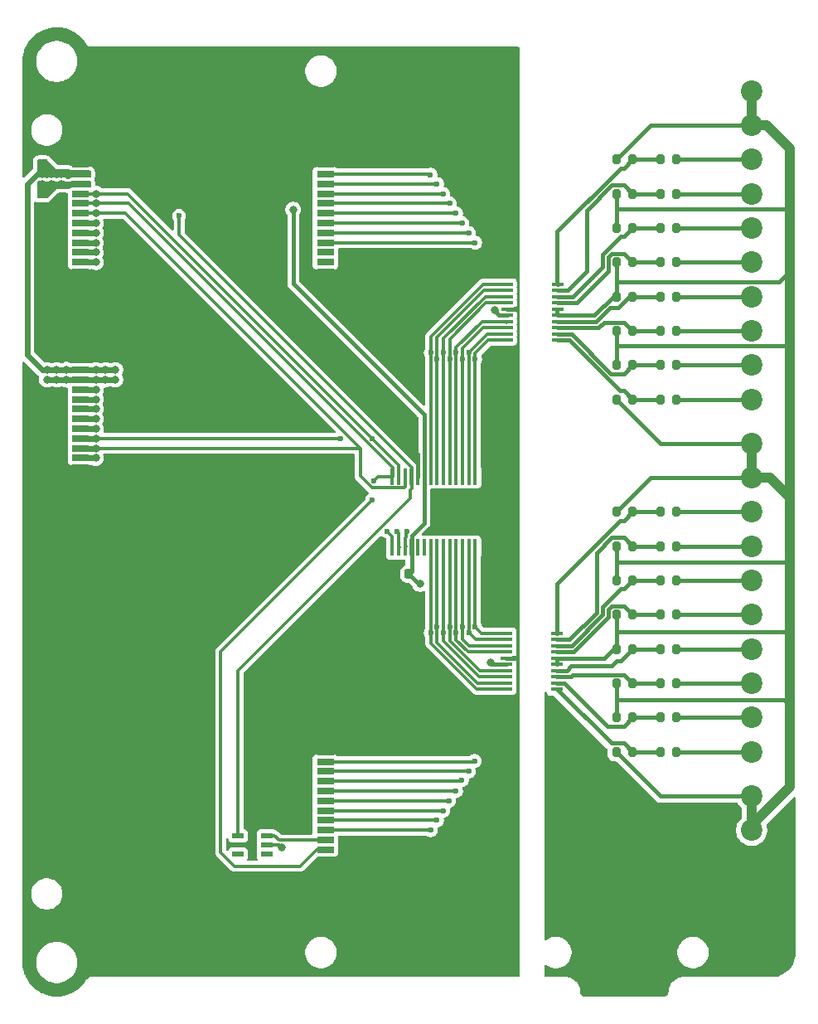
<source format=gbr>
%TF.GenerationSoftware,KiCad,Pcbnew,9.0.2*%
%TF.CreationDate,2025-06-20T11:17:31+03:00*%
%TF.ProjectId,PMCNV-DI16sink,504d434e-562d-4444-9931-3673696e6b2e,rev?*%
%TF.SameCoordinates,Original*%
%TF.FileFunction,Copper,L1,Top*%
%TF.FilePolarity,Positive*%
%FSLAX46Y46*%
G04 Gerber Fmt 4.6, Leading zero omitted, Abs format (unit mm)*
G04 Created by KiCad (PCBNEW 9.0.2) date 2025-06-20 11:17:31*
%MOMM*%
%LPD*%
G01*
G04 APERTURE LIST*
G04 Aperture macros list*
%AMRoundRect*
0 Rectangle with rounded corners*
0 $1 Rounding radius*
0 $2 $3 $4 $5 $6 $7 $8 $9 X,Y pos of 4 corners*
0 Add a 4 corners polygon primitive as box body*
4,1,4,$2,$3,$4,$5,$6,$7,$8,$9,$2,$3,0*
0 Add four circle primitives for the rounded corners*
1,1,$1+$1,$2,$3*
1,1,$1+$1,$4,$5*
1,1,$1+$1,$6,$7*
1,1,$1+$1,$8,$9*
0 Add four rect primitives between the rounded corners*
20,1,$1+$1,$2,$3,$4,$5,0*
20,1,$1+$1,$4,$5,$6,$7,0*
20,1,$1+$1,$6,$7,$8,$9,0*
20,1,$1+$1,$8,$9,$2,$3,0*%
G04 Aperture macros list end*
%TA.AperFunction,SMDPad,CuDef*%
%ADD10RoundRect,0.200000X-0.200000X-0.275000X0.200000X-0.275000X0.200000X0.275000X-0.200000X0.275000X0*%
%TD*%
%TA.AperFunction,SMDPad,CuDef*%
%ADD11R,1.803400X0.635000*%
%TD*%
%TA.AperFunction,SMDPad,CuDef*%
%ADD12R,2.997200X2.590800*%
%TD*%
%TA.AperFunction,SMDPad,CuDef*%
%ADD13R,1.181100X0.558800*%
%TD*%
%TA.AperFunction,SMDPad,CuDef*%
%ADD14R,1.200000X0.400000*%
%TD*%
%TA.AperFunction,SMDPad,CuDef*%
%ADD15RoundRect,0.225000X0.225000X0.250000X-0.225000X0.250000X-0.225000X-0.250000X0.225000X-0.250000X0*%
%TD*%
%TA.AperFunction,SMDPad,CuDef*%
%ADD16R,0.431800X1.655601*%
%TD*%
%TA.AperFunction,ComponentPad*%
%ADD17C,2.200000*%
%TD*%
%TA.AperFunction,ComponentPad*%
%ADD18O,6.350000X6.350000*%
%TD*%
%TA.AperFunction,ViaPad*%
%ADD19C,0.800000*%
%TD*%
%TA.AperFunction,ViaPad*%
%ADD20C,0.600000*%
%TD*%
%TA.AperFunction,Conductor*%
%ADD21C,0.300000*%
%TD*%
%TA.AperFunction,Conductor*%
%ADD22C,0.400000*%
%TD*%
%TA.AperFunction,Conductor*%
%ADD23C,0.600000*%
%TD*%
%TA.AperFunction,Conductor*%
%ADD24C,1.000000*%
%TD*%
%TA.AperFunction,Conductor*%
%ADD25C,0.200000*%
%TD*%
G04 APERTURE END LIST*
D10*
%TO.P,R31,1*%
%TO.N,/b.6_div*%
X25675000Y-21000000D03*
%TO.P,R31,2*%
%TO.N,/b.6_in*%
X27325000Y-21000000D03*
%TD*%
D11*
%TO.P,JM3,1,Pin_1*%
%TO.N,GND_MCU*%
X-33556000Y4500008D03*
%TO.P,JM3,2,Pin_2*%
%TO.N,Net-(JM3-Pin_2)*%
X-33556000Y5500006D03*
%TO.P,JM3,3,Pin_3*%
%TO.N,/SCK_MCU*%
X-33556000Y6500004D03*
%TO.P,JM3,4,Pin_4*%
%TO.N,/MOSI_MCU*%
X-33556000Y7500002D03*
%TO.P,JM3,5,Pin_5*%
%TO.N,Net-(JM3-Pin_5)*%
X-33556000Y8500000D03*
%TO.P,JM3,6,Pin_6*%
%TO.N,Net-(JM3-Pin_6)*%
X-33556000Y9500000D03*
%TO.P,JM3,7,Pin_7*%
%TO.N,Net-(JM3-Pin_7)*%
X-33556000Y10500000D03*
%TO.P,JM3,8,Pin_8*%
%TO.N,Net-(JM3-Pin_8)*%
X-33556000Y11500000D03*
%TO.P,JM3,9,Pin_9*%
%TO.N,Net-(JM3-Pin_9)*%
X-33556000Y12499998D03*
%TO.P,JM3,10,Pin_10*%
%TO.N,+3.3V_MCU*%
X-33556000Y13499996D03*
%TO.P,JM3,11,Pin_11*%
%TO.N,+5V_MCU*%
X-33556000Y14499994D03*
%TO.P,JM3,12,Pin_11*%
%TO.N,GND_MCU*%
X-33556000Y15499992D03*
D12*
%TO.P,JM3,13,Pin_11*%
X-31385999Y2149997D03*
X-31385999Y17850003D03*
%TD*%
D11*
%TO.P,JM1,1,Pin_1*%
%TO.N,GND_MCU*%
X-33556000Y24500008D03*
%TO.P,JM1,2,Pin_2*%
%TO.N,Net-(JM1-Pin_2)*%
X-33556000Y25500006D03*
%TO.P,JM1,3,Pin_3*%
%TO.N,/CS3_MCU*%
X-33556000Y26500004D03*
%TO.P,JM1,4,Pin_4*%
%TO.N,/CS2_MCU*%
X-33556000Y27500002D03*
%TO.P,JM1,5,Pin_5*%
%TO.N,/CS1_MCU*%
X-33556000Y28500000D03*
%TO.P,JM1,6,Pin_6*%
%TO.N,/CS0_MCU*%
X-33556000Y29500000D03*
%TO.P,JM1,7,Pin_7*%
%TO.N,/SCK_MCU*%
X-33556000Y30500000D03*
%TO.P,JM1,8,Pin_8*%
%TO.N,/MISO_MCU*%
X-33556000Y31500000D03*
%TO.P,JM1,9,Pin_9*%
%TO.N,/MOSI_MCU*%
X-33556000Y32499998D03*
%TO.P,JM1,10,Pin_10*%
%TO.N,+3.3V_MCU*%
X-33556000Y33499996D03*
%TO.P,JM1,11,Pin_11*%
%TO.N,+5V_MCU*%
X-33556000Y34499994D03*
%TO.P,JM1,12,Pin_11*%
%TO.N,GND_MCU*%
X-33556000Y35499992D03*
D12*
%TO.P,JM1,13,Pin_11*%
X-31385999Y22149997D03*
X-31385999Y37850003D03*
%TD*%
D13*
%TO.P,U4,1,1A*%
%TO.N,/CS_MCU*%
X-17466850Y-33049999D03*
%TO.P,U4,2,GND*%
%TO.N,GND_MCU*%
X-17466850Y-34000000D03*
%TO.P,U4,3,2A*%
%TO.N,unconnected-(U4-2A-Pad3)*%
X-17466850Y-34950001D03*
%TO.P,U4,4,2Y*%
%TO.N,unconnected-(U4-2Y-Pad4)*%
X-14533150Y-34950001D03*
%TO.P,U4,5,VCC*%
%TO.N,+3.3V_MCU*%
X-14533150Y-34000000D03*
%TO.P,U4,6,1Y*%
%TO.N,/CS_LED*%
X-14533150Y-33049999D03*
%TD*%
D10*
%TO.P,R16,1*%
%TO.N,/a.7_div*%
X25675000Y11500000D03*
%TO.P,R16,2*%
%TO.N,/a.7_in*%
X27325000Y11500000D03*
%TD*%
%TO.P,R13,1*%
%TO.N,/GND_CNV*%
X21175000Y15000000D03*
%TO.P,R13,2*%
%TO.N,/a.6_div*%
X22825000Y15000000D03*
%TD*%
%TO.P,R18,1*%
%TO.N,/GND_CNV*%
X21175000Y-3500000D03*
%TO.P,R18,2*%
%TO.N,/b.1_div*%
X22825000Y-3500000D03*
%TD*%
%TO.P,R28,1*%
%TO.N,/b.3_div*%
X25675000Y-10500000D03*
%TO.P,R28,2*%
%TO.N,/b.3_in*%
X27325000Y-10500000D03*
%TD*%
D14*
%TO.P,U5,1,A1*%
%TO.N,/a.7_div*%
X15200000Y17550000D03*
%TO.P,U5,2,A2*%
%TO.N,/a.6_div*%
X15200000Y18185000D03*
%TO.P,U5,3,A3*%
%TO.N,/a.5_div*%
X15200000Y18820000D03*
%TO.P,U5,4,A4*%
%TO.N,/a.4_div*%
X15200000Y19455000D03*
%TO.P,U5,5,COM*%
%TO.N,/GND_CNV*%
X15200000Y20090000D03*
%TO.P,U5,6,COM*%
X15200000Y20725000D03*
%TO.P,U5,7,A5*%
%TO.N,/a.3_div*%
X15200000Y21360000D03*
%TO.P,U5,8,A6*%
%TO.N,/a.2_div*%
X15200000Y21995000D03*
%TO.P,U5,9,A7*%
%TO.N,/a.1_div*%
X15200000Y22630000D03*
%TO.P,U5,10,A8*%
%TO.N,/a.0_div*%
X15200000Y23265000D03*
%TO.P,U5,11,B8*%
%TO.N,/a.0*%
X10000000Y23265000D03*
%TO.P,U5,12,B7*%
%TO.N,/a.1*%
X10000000Y22630000D03*
%TO.P,U5,13,B6*%
%TO.N,/a.2*%
X10000000Y21995000D03*
%TO.P,U5,14,B5*%
%TO.N,/a.3*%
X10000000Y21360000D03*
%TO.P,U5,15,GND*%
%TO.N,GND_MCU*%
X10000000Y20725000D03*
%TO.P,U5,16,VDD*%
%TO.N,+3.3V_MCU*%
X10000000Y20090000D03*
%TO.P,U5,17,B4*%
%TO.N,/a.4*%
X10000000Y19455000D03*
%TO.P,U5,18,B3*%
%TO.N,/a.5*%
X10000000Y18820000D03*
%TO.P,U5,19,B2*%
%TO.N,/a.6*%
X10000000Y18185000D03*
%TO.P,U5,20,B1*%
%TO.N,/a.7*%
X10000000Y17550000D03*
%TD*%
D10*
%TO.P,R4,1*%
%TO.N,/a.1_div*%
X25675000Y32500000D03*
%TO.P,R4,2*%
%TO.N,/a.1_in*%
X27325000Y32500000D03*
%TD*%
%TO.P,R24,1*%
%TO.N,/GND_CNV*%
X21175000Y-24500000D03*
%TO.P,R24,2*%
%TO.N,/b.7_div*%
X22825000Y-24500000D03*
%TD*%
%TO.P,R23,1*%
%TO.N,/GND_CNV*%
X21175000Y-21000000D03*
%TO.P,R23,2*%
%TO.N,/b.6_div*%
X22825000Y-21000000D03*
%TD*%
%TO.P,R11,1*%
%TO.N,/GND_CNV*%
X21175000Y18500000D03*
%TO.P,R11,2*%
%TO.N,/a.5_div*%
X22825000Y18500000D03*
%TD*%
%TO.P,R2,1*%
%TO.N,/a.0_div*%
X25675000Y36000000D03*
%TO.P,R2,2*%
%TO.N,/a.0_in*%
X27325000Y36000000D03*
%TD*%
D15*
%TO.P,C1,1*%
%TO.N,+3.3V_MCU*%
X-20000Y-6350000D03*
%TO.P,C1,2*%
%TO.N,GND_MCU*%
X-1570000Y-6350000D03*
%TD*%
D10*
%TO.P,R20,1*%
%TO.N,/GND_CNV*%
X21175000Y-10500000D03*
%TO.P,R20,2*%
%TO.N,/b.3_div*%
X22825000Y-10500000D03*
%TD*%
D16*
%TO.P,U1,1,GPB0*%
%TO.N,/a.7*%
X6745000Y3627801D03*
%TO.P,U1,2,GPB1*%
%TO.N,/a.6*%
X6094999Y3627801D03*
%TO.P,U1,3,GPB2*%
%TO.N,/a.5*%
X5445000Y3627801D03*
%TO.P,U1,4,GPB3*%
%TO.N,/a.4*%
X4794999Y3627801D03*
%TO.P,U1,5,GPB4*%
%TO.N,/a.3*%
X4145001Y3627801D03*
%TO.P,U1,6,GPB5*%
%TO.N,/a.2*%
X3494999Y3627801D03*
%TO.P,U1,7,GPB6*%
%TO.N,/a.1*%
X2845001Y3627801D03*
%TO.P,U1,8,GPB7*%
%TO.N,/a.0*%
X2195002Y3627801D03*
%TO.P,U1,9,VDD*%
%TO.N,+3.3V_MCU*%
X1545001Y3627801D03*
%TO.P,U1,10,VSS*%
%TO.N,GND_MCU*%
X895002Y3627801D03*
%TO.P,U1,11,~{CS}*%
%TO.N,/CS_MCU*%
X245001Y3627801D03*
%TO.P,U1,12,SCK*%
%TO.N,/SCK_MCU*%
X-404998Y3627801D03*
%TO.P,U1,13,SI*%
%TO.N,/MOSI_MCU*%
X-1054999Y3627801D03*
%TO.P,U1,14,SO*%
%TO.N,/MISO_MCU*%
X-1704998Y3627801D03*
%TO.P,U1,15,A0*%
%TO.N,/A0*%
X-1705000Y-3627801D03*
%TO.P,U1,16,A1*%
%TO.N,/A1*%
X-1054999Y-3627801D03*
%TO.P,U1,17,A2*%
%TO.N,/A2*%
X-405000Y-3627801D03*
%TO.P,U1,18,~{RESET}*%
%TO.N,+3.3V_MCU*%
X245001Y-3627801D03*
%TO.P,U1,19,INTB*%
%TO.N,unconnected-(U1-INTB-Pad19)*%
X894999Y-3627801D03*
%TO.P,U1,20,INTA*%
%TO.N,unconnected-(U1-INTA-Pad20)*%
X1545001Y-3627801D03*
%TO.P,U1,21,GPA0*%
%TO.N,/b.7*%
X2194999Y-3627801D03*
%TO.P,U1,22,GPA1*%
%TO.N,/b.6*%
X2845001Y-3627801D03*
%TO.P,U1,23,GPA2*%
%TO.N,/b.5*%
X3494999Y-3627801D03*
%TO.P,U1,24,GPA3*%
%TO.N,/b.4*%
X4145001Y-3627801D03*
%TO.P,U1,25,GPA4*%
%TO.N,/b.3*%
X4794999Y-3627801D03*
%TO.P,U1,26,GPA5*%
%TO.N,/b.2*%
X5445000Y-3627801D03*
%TO.P,U1,27,GPA6*%
%TO.N,/b.1*%
X6094999Y-3627801D03*
%TO.P,U1,28,GPA7*%
%TO.N,/b.0*%
X6745000Y-3627801D03*
%TD*%
D10*
%TO.P,R5,1*%
%TO.N,/GND_CNV*%
X21175000Y29000000D03*
%TO.P,R5,2*%
%TO.N,/a.2_div*%
X22825000Y29000000D03*
%TD*%
D11*
%TO.P,J12,1,Pin_1*%
%TO.N,GND_MCU*%
X-8556000Y24500008D03*
%TO.P,J12,2,Pin_2*%
%TO.N,unconnected-(J12-Pin_2-Pad2)*%
X-8556000Y25500006D03*
%TO.P,J12,3,Pin_3*%
%TO.N,unconnected-(J12-Pin_3-Pad3)*%
X-8556000Y26500004D03*
%TO.P,J12,4,Pin_4*%
%TO.N,/a.7*%
X-8556000Y27500002D03*
%TO.P,J12,5,Pin_5*%
%TO.N,/a.6*%
X-8556000Y28500000D03*
%TO.P,J12,6,Pin_6*%
%TO.N,/a.5*%
X-8556000Y29500000D03*
%TO.P,J12,7,Pin_7*%
%TO.N,/a.4*%
X-8556000Y30500000D03*
%TO.P,J12,8,Pin_8*%
%TO.N,/a.3*%
X-8556000Y31500000D03*
%TO.P,J12,9,Pin_9*%
%TO.N,/a.2*%
X-8556000Y32499998D03*
%TO.P,J12,10,Pin_10*%
%TO.N,/a.1*%
X-8556000Y33499996D03*
%TO.P,J12,11,Pin_11*%
%TO.N,/a.0*%
X-8556000Y34499994D03*
%TO.P,J12,12,Pin_11*%
%TO.N,GND_MCU*%
X-8556000Y35499992D03*
D12*
%TO.P,J12,13,Pin_11*%
X-6385999Y22149997D03*
X-6385999Y37850003D03*
%TD*%
D10*
%TO.P,R3,1*%
%TO.N,/GND_CNV*%
X21175000Y32500000D03*
%TO.P,R3,2*%
%TO.N,/a.1_div*%
X22825000Y32500000D03*
%TD*%
D17*
%TO.P,J6,1,Pin_1*%
%TO.N,/PE*%
X35000000Y-43000000D03*
%TO.P,J6,2,Pin_2*%
X35000000Y-39500000D03*
%TO.P,J6,3,Pin_3*%
X35000000Y-36000000D03*
%TO.P,J6,4,Pin_4*%
%TO.N,/GND_CNV*%
X35000000Y-32500000D03*
%TO.P,J6,5,Pin_5*%
X35000000Y-29000000D03*
%TD*%
D10*
%TO.P,R26,1*%
%TO.N,/b.1_div*%
X25675000Y-3500000D03*
%TO.P,R26,2*%
%TO.N,/b.1_in*%
X27325000Y-3500000D03*
%TD*%
%TO.P,R7,1*%
%TO.N,/GND_CNV*%
X21175000Y25500000D03*
%TO.P,R7,2*%
%TO.N,/a.3_div*%
X22825000Y25500000D03*
%TD*%
%TO.P,R17,1*%
%TO.N,/GND_CNV*%
X21175000Y0D03*
%TO.P,R17,2*%
%TO.N,/b.0_div*%
X22825000Y0D03*
%TD*%
%TO.P,R32,1*%
%TO.N,/b.7_div*%
X25675000Y-24500000D03*
%TO.P,R32,2*%
%TO.N,/b.7_in*%
X27325000Y-24500000D03*
%TD*%
%TO.P,R8,1*%
%TO.N,/a.3_div*%
X25675000Y25500000D03*
%TO.P,R8,2*%
%TO.N,/a.3_in*%
X27325000Y25500000D03*
%TD*%
%TO.P,R30,1*%
%TO.N,/b.5_div*%
X25675000Y-17500000D03*
%TO.P,R30,2*%
%TO.N,/b.5_in*%
X27325000Y-17500000D03*
%TD*%
%TO.P,R6,1*%
%TO.N,/a.2_div*%
X25675000Y29000000D03*
%TO.P,R6,2*%
%TO.N,/a.2_in*%
X27325000Y29000000D03*
%TD*%
%TO.P,R1,1*%
%TO.N,/GND_CNV*%
X21175000Y36000000D03*
%TO.P,R1,2*%
%TO.N,/a.0_div*%
X22825000Y36000000D03*
%TD*%
%TO.P,R22,1*%
%TO.N,/GND_CNV*%
X21175000Y-17500000D03*
%TO.P,R22,2*%
%TO.N,/b.5_div*%
X22825000Y-17500000D03*
%TD*%
D11*
%TO.P,J2,1,Pin_1*%
%TO.N,GND_MCU*%
X-8556000Y-35499992D03*
%TO.P,J2,2,Pin_2*%
%TO.N,/MISO_MCU*%
X-8556000Y-34499994D03*
%TO.P,J2,3,Pin_3*%
%TO.N,/CS_LED*%
X-8556000Y-33499996D03*
%TO.P,J2,4,Pin_4*%
%TO.N,/b.7*%
X-8556000Y-32499998D03*
%TO.P,J2,5,Pin_5*%
%TO.N,/b.6*%
X-8556000Y-31500000D03*
%TO.P,J2,6,Pin_6*%
%TO.N,/b.5*%
X-8556000Y-30500000D03*
%TO.P,J2,7,Pin_7*%
%TO.N,/b.4*%
X-8556000Y-29500000D03*
%TO.P,J2,8,Pin_8*%
%TO.N,/b.3*%
X-8556000Y-28500000D03*
%TO.P,J2,9,Pin_9*%
%TO.N,/b.2*%
X-8556000Y-27500002D03*
%TO.P,J2,10,Pin_10*%
%TO.N,/b.1*%
X-8556000Y-26500004D03*
%TO.P,J2,11,Pin_11*%
%TO.N,/b.0*%
X-8556000Y-25500006D03*
%TO.P,J2,12,Pin_11*%
%TO.N,GND_MCU*%
X-8556000Y-24500008D03*
D12*
%TO.P,J2,13,Pin_11*%
X-6385999Y-37850003D03*
X-6385999Y-22149997D03*
%TD*%
D10*
%TO.P,R10,1*%
%TO.N,/a.4_div*%
X25675000Y22000000D03*
%TO.P,R10,2*%
%TO.N,/a.4_in*%
X27325000Y22000000D03*
%TD*%
%TO.P,R14,1*%
%TO.N,/a.6_div*%
X25675000Y15000000D03*
%TO.P,R14,2*%
%TO.N,/a.6_in*%
X27325000Y15000000D03*
%TD*%
D14*
%TO.P,U3,1,A1*%
%TO.N,/b.7_div*%
X15140000Y-18097500D03*
%TO.P,U3,2,A2*%
%TO.N,/b.6_div*%
X15140000Y-17462500D03*
%TO.P,U3,3,A3*%
%TO.N,/b.5_div*%
X15140000Y-16827500D03*
%TO.P,U3,4,A4*%
%TO.N,/b.4_div*%
X15140000Y-16192500D03*
%TO.P,U3,5,COM*%
%TO.N,/GND_CNV*%
X15140000Y-15557500D03*
%TO.P,U3,6,COM*%
X15140000Y-14922500D03*
%TO.P,U3,7,A5*%
%TO.N,/b.3_div*%
X15140000Y-14287500D03*
%TO.P,U3,8,A6*%
%TO.N,/b.2_div*%
X15140000Y-13652500D03*
%TO.P,U3,9,A7*%
%TO.N,/b.1_div*%
X15140000Y-13017500D03*
%TO.P,U3,10,A8*%
%TO.N,/b.0_div*%
X15140000Y-12382500D03*
%TO.P,U3,11,B8*%
%TO.N,/b.0*%
X9940000Y-12382500D03*
%TO.P,U3,12,B7*%
%TO.N,/b.1*%
X9940000Y-13017500D03*
%TO.P,U3,13,B6*%
%TO.N,/b.2*%
X9940000Y-13652500D03*
%TO.P,U3,14,B5*%
%TO.N,/b.3*%
X9940000Y-14287500D03*
%TO.P,U3,15,GND*%
%TO.N,GND_MCU*%
X9940000Y-14922500D03*
%TO.P,U3,16,VDD*%
%TO.N,+3.3V_MCU*%
X9940000Y-15557500D03*
%TO.P,U3,17,B4*%
%TO.N,/b.4*%
X9940000Y-16192500D03*
%TO.P,U3,18,B3*%
%TO.N,/b.5*%
X9940000Y-16827500D03*
%TO.P,U3,19,B2*%
%TO.N,/b.6*%
X9940000Y-17462500D03*
%TO.P,U3,20,B1*%
%TO.N,/b.7*%
X9940000Y-18097500D03*
%TD*%
D10*
%TO.P,R12,1*%
%TO.N,/a.5_div*%
X25675000Y18500000D03*
%TO.P,R12,2*%
%TO.N,/a.5_in*%
X27325000Y18500000D03*
%TD*%
%TO.P,R9,1*%
%TO.N,/GND_CNV*%
X21175000Y22000000D03*
%TO.P,R9,2*%
%TO.N,/a.4_div*%
X22825000Y22000000D03*
%TD*%
%TO.P,R19,1*%
%TO.N,/GND_CNV*%
X21175000Y-7000000D03*
%TO.P,R19,2*%
%TO.N,/b.2_div*%
X22825000Y-7000000D03*
%TD*%
D17*
%TO.P,J4,1,Pin_1*%
%TO.N,/b.7_in*%
X35000000Y-24500000D03*
%TO.P,J4,2,Pin_2*%
%TO.N,/b.6_in*%
X35000000Y-21000000D03*
%TO.P,J4,3,Pin_3*%
%TO.N,/b.5_in*%
X35000000Y-17500000D03*
%TO.P,J4,4,Pin_4*%
%TO.N,/b.4_in*%
X35000000Y-14000000D03*
%TO.P,J4,5,Pin_5*%
%TO.N,/b.3_in*%
X35000000Y-10500000D03*
%TO.P,J4,6,Pin_6*%
%TO.N,/b.2_in*%
X35000000Y-7000000D03*
%TO.P,J4,7,Pin_7*%
%TO.N,/b.1_in*%
X35000000Y-3500000D03*
%TO.P,J4,8,Pin_8*%
%TO.N,/b.0_in*%
X35000000Y0D03*
%TO.P,J4,9,Pin_9*%
%TO.N,/GND_CNV*%
X35000000Y3500000D03*
%TO.P,J4,10,Pin_10*%
X35000000Y7000000D03*
%TD*%
D10*
%TO.P,R27,1*%
%TO.N,/b.2_div*%
X25675000Y-7000000D03*
%TO.P,R27,2*%
%TO.N,/b.2_in*%
X27325000Y-7000000D03*
%TD*%
%TO.P,R25,1*%
%TO.N,/b.0_div*%
X25675000Y0D03*
%TO.P,R25,2*%
%TO.N,/b.0_in*%
X27325000Y0D03*
%TD*%
%TO.P,R21,1*%
%TO.N,/GND_CNV*%
X21175000Y-14000000D03*
%TO.P,R21,2*%
%TO.N,/b.4_div*%
X22825000Y-14000000D03*
%TD*%
D18*
%TO.P,PE1,1*%
%TO.N,/PE*%
X22000000Y-46000000D03*
%TD*%
D17*
%TO.P,J3,1,Pin_1*%
%TO.N,/a.7_in*%
X35000000Y11500000D03*
%TO.P,J3,2,Pin_2*%
%TO.N,/a.6_in*%
X35000000Y15000000D03*
%TO.P,J3,3,Pin_3*%
%TO.N,/a.5_in*%
X35000000Y18500000D03*
%TO.P,J3,4,Pin_4*%
%TO.N,/a.4_in*%
X35000000Y22000000D03*
%TO.P,J3,5,Pin_5*%
%TO.N,/a.3_in*%
X35000000Y25500000D03*
%TO.P,J3,6,Pin_6*%
%TO.N,/a.2_in*%
X35000000Y29000000D03*
%TO.P,J3,7,Pin_7*%
%TO.N,/a.1_in*%
X35000000Y32500000D03*
%TO.P,J3,8,Pin_8*%
%TO.N,/a.0_in*%
X35000000Y36000000D03*
%TO.P,J3,9,Pin_9*%
%TO.N,/GND_CNV*%
X35000000Y39500000D03*
%TO.P,J3,10,Pin_10*%
X35000000Y43000000D03*
%TD*%
D10*
%TO.P,R29,1*%
%TO.N,/b.4_div*%
X25675000Y-14000000D03*
%TO.P,R29,2*%
%TO.N,/b.4_in*%
X27325000Y-14000000D03*
%TD*%
%TO.P,R15,1*%
%TO.N,/GND_CNV*%
X21175000Y11500000D03*
%TO.P,R15,2*%
%TO.N,/a.7_div*%
X22825000Y11500000D03*
%TD*%
D19*
%TO.N,+3.3V_MCU*%
X-13000000Y-34249996D03*
D20*
%TO.N,GND_MCU*%
X-29600000Y-6400000D03*
X-29600000Y-4000000D03*
%TO.N,/A2*%
X-250000Y-2016377D03*
%TO.N,/A1*%
X-1250000Y-2000000D03*
%TO.N,/A0*%
X-2250000Y-2000000D03*
%TO.N,/CS_MCU*%
X-23500000Y30250000D03*
%TO.N,/MOSI_MCU*%
X-3750000Y7500000D03*
X-7000000Y7500000D03*
D19*
X-32000000Y32500000D03*
D20*
%TO.N,GND_MCU*%
X-34000000Y38500000D03*
X-31500000Y20000000D03*
X-31500000Y40000000D03*
X-30000000Y40000000D03*
X10950000Y20700000D03*
X-33000000Y20000000D03*
X-34000000Y37000000D03*
X500000Y6250000D03*
X-30000000Y20000000D03*
X10786526Y-14922499D03*
X-34000000Y21500000D03*
X-34000000Y23000000D03*
X-33000000Y40000000D03*
D19*
%TO.N,/SCK_MCU*%
X-32000000Y6500000D03*
X-32000000Y30500000D03*
%TO.N,/CS3_MCU*%
X-32000000Y26500000D03*
D20*
%TO.N,/a.1*%
X2850000Y33499996D03*
X2850000Y15600000D03*
%TO.N,/a.3*%
X4150000Y31500000D03*
X4150000Y15600000D03*
%TO.N,/a.6*%
X6100000Y28500000D03*
X6100000Y16250000D03*
%TO.N,/a.5*%
X5450000Y15600000D03*
X5450000Y29500000D03*
%TO.N,/a.2*%
X3500000Y16250000D03*
X3500000Y32500000D03*
%TO.N,/a.4*%
X4800000Y30500000D03*
X4800000Y16250000D03*
%TO.N,/a.7*%
X6750000Y15600000D03*
X6750000Y27500000D03*
%TO.N,/b.3*%
X4800000Y-28500000D03*
X4800000Y-12350000D03*
%TO.N,/b.6*%
X2850000Y-11700000D03*
X2850000Y-31500000D03*
%TO.N,/b.4*%
X4150000Y-11700000D03*
X4100000Y-29500000D03*
%TO.N,/b.2*%
X5400000Y-27375000D03*
X5450000Y-11700000D03*
%TO.N,/b.5*%
X3500000Y-12350000D03*
X3500000Y-30500000D03*
%TO.N,/b.7*%
X2200000Y-32500000D03*
X2200000Y-12350000D03*
%TO.N,/a.0*%
X2192525Y34442525D03*
X2200000Y16250000D03*
%TO.N,/b.1*%
X6100000Y-12350000D03*
X6100000Y-26500000D03*
%TO.N,/b.0*%
X6700000Y-25425000D03*
X6750000Y-11700000D03*
D19*
%TO.N,/MISO_MCU*%
X-32000000Y31500000D03*
D20*
X-3800000Y1200000D03*
X-3600000Y3200000D03*
D19*
%TO.N,/CS0_MCU*%
X-32000000Y29500000D03*
%TO.N,/CS1_MCU*%
X-32000000Y28500000D03*
%TO.N,/CS2_MCU*%
X-32000000Y27500000D03*
%TO.N,+3.3V_MCU*%
X-35000000Y13499996D03*
X-32000000Y13500000D03*
X-35500000Y33500000D03*
X1110000Y-7352600D03*
X-37500000Y33500000D03*
X8374000Y-15398800D03*
X-30000000Y13500000D03*
X-31000000Y13500000D03*
X-36000000Y13499996D03*
X8714355Y20572500D03*
X-36500000Y33500000D03*
X-37500000Y32500000D03*
X-37000000Y13499996D03*
X-11851500Y30883000D03*
%TO.N,/MOSI_MCU*%
X-32000000Y7500000D03*
%TO.N,+5V_MCU*%
X-36000000Y14499994D03*
X-36500000Y34500000D03*
X-35500000Y34500000D03*
X-37500000Y35500000D03*
X-30000000Y14500000D03*
X-37500000Y34500000D03*
X-31000000Y14500000D03*
X-37000000Y14499994D03*
X-32000000Y14500000D03*
X-35014540Y14516448D03*
%TO.N,Net-(JM3-Pin_8)*%
X-32000000Y11500000D03*
%TO.N,Net-(JM3-Pin_7)*%
X-32000000Y10500000D03*
%TO.N,Net-(JM3-Pin_6)*%
X-32000000Y9500000D03*
%TO.N,Net-(JM3-Pin_9)*%
X-32000000Y12500000D03*
%TO.N,Net-(JM3-Pin_5)*%
X-32000000Y8500000D03*
%TO.N,Net-(JM1-Pin_2)*%
X-32000000Y25500000D03*
%TO.N,Net-(JM3-Pin_2)*%
X-32000000Y5500000D03*
%TD*%
D21*
%TO.N,/A0*%
X-1705000Y-3627801D02*
X-1705000Y-2545000D01*
X-1705000Y-2545000D02*
X-2250000Y-2000000D01*
%TO.N,/A1*%
X-1250000Y-2000000D02*
X-1054999Y-2195001D01*
X-1054999Y-2195001D02*
X-1054999Y-3627801D01*
%TO.N,/A0*%
X-1750000Y-3582801D02*
X-1705000Y-3627801D01*
%TO.N,+3.3V_MCU*%
X-13249996Y-34000000D02*
X-13000000Y-34249996D01*
X-14533150Y-34000000D02*
X-13249996Y-34000000D01*
%TO.N,/A2*%
X-250000Y-2016377D02*
X-300999Y-2067376D01*
X-300999Y-2067376D02*
X-300999Y-2562900D01*
X-300999Y-2562900D02*
X-405000Y-2666901D01*
X-405000Y-2666901D02*
X-405000Y-3627801D01*
X-321899Y-3544700D02*
X-405000Y-3627801D01*
%TO.N,/A1*%
X-1000000Y-3572802D02*
X-1054999Y-3627801D01*
%TO.N,/MISO_MCU*%
X-3800000Y1200000D02*
X-19250000Y-14250000D01*
X-11145700Y-36168492D02*
X-9477202Y-34499994D01*
X-19250000Y-14250000D02*
X-19250000Y-34738801D01*
X-19250000Y-34738801D02*
X-17820309Y-36168492D01*
X-17820309Y-36168492D02*
X-11145700Y-36168492D01*
X-9477202Y-34499994D02*
X-8556000Y-34499994D01*
%TO.N,/CS_MCU*%
X-17466850Y-33049999D02*
X-17466850Y-16216850D01*
X-17466850Y-16216850D02*
X149000Y1399000D01*
X149000Y1399000D02*
X149000Y2269654D01*
X149000Y2269654D02*
X250001Y2370655D01*
X250001Y2370655D02*
X250001Y4521502D01*
X250001Y4521502D02*
X-23500000Y28271503D01*
X-23500000Y28271503D02*
X-23500000Y30250000D01*
%TO.N,/SCK_MCU*%
X-32000000Y6500000D02*
X-5000000Y6500000D01*
%TO.N,/MOSI_MCU*%
X-32000000Y7500000D02*
X-7000000Y7500000D01*
X-1049999Y4799999D02*
X-4000000Y7750000D01*
X-33555998Y32500000D02*
X-33556000Y32499998D01*
X-32000000Y32500000D02*
X-33555998Y32500000D01*
X-4000000Y7750000D02*
X-28749998Y32499998D01*
X-1049999Y3627801D02*
X-1049999Y4799999D01*
X-28749998Y32499998D02*
X-33556000Y32499998D01*
%TO.N,/SCK_MCU*%
X-404998Y3627801D02*
X-404998Y2532102D01*
X-5000000Y3679346D02*
X-5000000Y6500000D01*
X-404998Y2532102D02*
X-488099Y2449001D01*
X-488099Y2449001D02*
X-3769655Y2449001D01*
X-3769655Y2449001D02*
X-5000000Y3679346D01*
X-5000000Y6500000D02*
X-29000000Y30500000D01*
X-29000000Y30500000D02*
X-33556000Y30500000D01*
D22*
%TO.N,GND_MCU*%
X500000Y6250000D02*
X900002Y5849998D01*
X900002Y5849998D02*
X900002Y3627801D01*
X10786525Y-14922500D02*
X10786526Y-14922499D01*
X11000000Y20637501D02*
X10912501Y20725000D01*
X10925000Y20725000D02*
X10950000Y20700000D01*
X10000000Y20725000D02*
X10925000Y20725000D01*
X9940000Y-14922500D02*
X10786525Y-14922500D01*
D23*
%TO.N,/SCK_MCU*%
X-32000000Y6500000D02*
X-33555996Y6500000D01*
D21*
X-32000000Y30500000D02*
X-33556000Y30500000D01*
D23*
X-33555996Y6500000D02*
X-33556000Y6500004D01*
%TO.N,/CS3_MCU*%
X-32000004Y26500004D02*
X-32000000Y26500000D01*
X-33556000Y26500004D02*
X-32000004Y26500004D01*
D21*
%TO.N,/a.1*%
X2850001Y3627801D02*
X2850001Y15599999D01*
X7630000Y22630000D02*
X10000000Y22630000D01*
X2850001Y15599999D02*
X2850000Y15600000D01*
X2850000Y17850000D02*
X7630000Y22630000D01*
X2850000Y33499996D02*
X-8556000Y33499996D01*
X2850000Y15600000D02*
X2850000Y17850000D01*
%TO.N,/a.3*%
X7860000Y21360000D02*
X10000000Y21360000D01*
X4150000Y31500000D02*
X-8556000Y31500000D01*
X4150000Y15600000D02*
X4150001Y15599999D01*
X4150000Y15600000D02*
X4150000Y17650000D01*
X4150000Y17650000D02*
X7860000Y21360000D01*
X4150001Y15599999D02*
X4150001Y3627801D01*
%TO.N,/a.6*%
X6099999Y16249999D02*
X6099999Y3627801D01*
X10000000Y18185000D02*
X8035000Y18185000D01*
X8035000Y18185000D02*
X6100000Y16250000D01*
X6100000Y16250000D02*
X6099999Y16249999D01*
X6100000Y28500000D02*
X-8556000Y28500000D01*
%TO.N,/a.5*%
X5450000Y29500000D02*
X-8556000Y29500000D01*
X5450000Y16700000D02*
X7570000Y18820000D01*
X7570000Y18820000D02*
X10000000Y18820000D01*
X5450000Y15600000D02*
X5450000Y3627801D01*
X5450000Y15600000D02*
X5450000Y16700000D01*
%TO.N,/a.2*%
X3500000Y16250000D02*
X3500000Y15600000D01*
X3499999Y15599999D02*
X3499999Y3627801D01*
X3500000Y15600000D02*
X3499999Y15599999D01*
X3500000Y32500000D02*
X2200000Y32500000D01*
X7786480Y21995000D02*
X10000000Y21995000D01*
X3500000Y17708520D02*
X7786480Y21995000D01*
X2200000Y32500000D02*
X2199998Y32499998D01*
X3500000Y16250000D02*
X3500000Y17708520D01*
X2199998Y32499998D02*
X-8556000Y32499998D01*
%TO.N,/a.4*%
X4800000Y15600000D02*
X4799999Y15599999D01*
X4800000Y16758520D02*
X7496480Y19455000D01*
X4800000Y30500000D02*
X-8556000Y30500000D01*
X4800000Y16250000D02*
X4800000Y15600000D01*
X4799999Y15599999D02*
X4799999Y3627801D01*
X9912500Y19367500D02*
X10000000Y19455000D01*
X7496480Y19455000D02*
X10000000Y19455000D01*
X4800000Y16250000D02*
X4800000Y16758520D01*
%TO.N,/a.7*%
X6549998Y27500002D02*
X-8556000Y27500002D01*
X6750000Y27500000D02*
X6550000Y27500000D01*
X6750000Y16191480D02*
X8108520Y17550000D01*
X6750000Y15600000D02*
X6750000Y3627801D01*
X6550000Y27500000D02*
X6549998Y27500002D01*
X6750000Y15600000D02*
X6750000Y16191480D01*
X8108520Y17550000D02*
X10000000Y17550000D01*
D22*
%TO.N,/a.0_div*%
X22825000Y36000000D02*
X25675000Y36000000D01*
X21950000Y35125000D02*
X21622402Y35125000D01*
X15140000Y28642598D02*
X15140000Y23325000D01*
X15140000Y23325000D02*
X15200000Y23265000D01*
X22825000Y36000000D02*
X21950000Y35125000D01*
X21622402Y35125000D02*
X15140000Y28642598D01*
%TO.N,/a.1_div*%
X18128000Y30782070D02*
X18128000Y24565500D01*
X22825000Y32500000D02*
X25675000Y32500000D01*
X22825000Y32500000D02*
X21950000Y33375000D01*
X20720930Y33375000D02*
X18128000Y30782070D01*
X21950000Y33375000D02*
X20720930Y33375000D01*
X16192500Y22630000D02*
X15200000Y22630000D01*
X18128000Y24565500D02*
X16192500Y22630000D01*
%TO.N,/a.3_div*%
X22825000Y25500000D02*
X25675000Y25500000D01*
X17136000Y21360000D02*
X15200000Y21360000D01*
X21950000Y26375000D02*
X20720930Y26375000D01*
X20720930Y26375000D02*
X20375000Y26029070D01*
X22825000Y25500000D02*
X21950000Y26375000D01*
X20375000Y26029070D02*
X20375000Y24599000D01*
X20375000Y24599000D02*
X17136000Y21360000D01*
%TO.N,/a.2_div*%
X19775000Y25015000D02*
X16755000Y21995000D01*
X22825000Y29000000D02*
X21950000Y28125000D01*
X16755000Y21995000D02*
X15200000Y21995000D01*
X21622402Y28125000D02*
X19775000Y26277598D01*
X19775000Y26277598D02*
X19775000Y25015000D01*
X21950000Y28125000D02*
X21622402Y28125000D01*
X22825000Y29000000D02*
X25675000Y29000000D01*
%TO.N,/a.7_div*%
X22825000Y11500000D02*
X21950000Y12375000D01*
X21950000Y12375000D02*
X21552722Y12375000D01*
X21552722Y12375000D02*
X16377722Y17550000D01*
X16377722Y17550000D02*
X15200000Y17550000D01*
X22825000Y11500000D02*
X25675000Y11500000D01*
%TO.N,/a.6_div*%
X22825000Y15000000D02*
X21950000Y14125000D01*
X20651250Y14125000D02*
X16591250Y18185000D01*
X22825000Y15000000D02*
X25675000Y15000000D01*
X21950000Y14125000D02*
X20651250Y14125000D01*
X16591250Y18185000D02*
X15200000Y18185000D01*
%TO.N,/a.4_div*%
X22825000Y22000000D02*
X25675000Y22000000D01*
X22825000Y22000000D02*
X22825000Y22320930D01*
X21332070Y20828000D02*
X20500528Y20828000D01*
X20500528Y20828000D02*
X19127528Y19455000D01*
X19127528Y19455000D02*
X15227500Y19455000D01*
X22825000Y22320930D02*
X21332070Y20828000D01*
%TO.N,/a.5_div*%
X19896056Y19375000D02*
X19341056Y18820000D01*
X22825000Y18500000D02*
X25675000Y18500000D01*
X19341056Y18820000D02*
X15227500Y18820000D01*
X21950000Y19375000D02*
X19896056Y19375000D01*
X22825000Y18500000D02*
X21950000Y19375000D01*
D21*
%TO.N,/b.3*%
X4799999Y-3627801D02*
X4799999Y-12349999D01*
X4800000Y-12350000D02*
X4800000Y-13057785D01*
X4800000Y-28500000D02*
X-8556000Y-28500000D01*
X9939500Y-14288000D02*
X9940000Y-14287500D01*
X6029715Y-14287500D02*
X9940000Y-14287500D01*
X4799999Y-12349999D02*
X4800000Y-12350000D01*
X4800000Y-13057785D02*
X6029715Y-14287500D01*
%TO.N,/b.6*%
X2850000Y-31500000D02*
X-8556000Y-31500000D01*
X2850000Y-13350000D02*
X6962500Y-17462500D01*
X6962500Y-17462500D02*
X9940000Y-17462500D01*
X2850000Y-11050000D02*
X2850001Y-11049999D01*
X9939500Y-17462000D02*
X9940000Y-17462500D01*
X2850001Y-11049999D02*
X2850001Y-3627801D01*
X2850000Y-11700000D02*
X2850000Y-11050000D01*
X2850000Y-11700000D02*
X2850000Y-13350000D01*
%TO.N,/b.4*%
X9939500Y-16192000D02*
X9940000Y-16192500D01*
X7192500Y-16192500D02*
X9940000Y-16192500D01*
X4150000Y-11700000D02*
X4150000Y-11050000D01*
X4150000Y-11700000D02*
X4150000Y-13150000D01*
X4100000Y-29500000D02*
X-8556000Y-29500000D01*
X4150000Y-13150000D02*
X7192500Y-16192500D01*
X4150000Y-11050000D02*
X4150001Y-11049999D01*
X4150001Y-11049999D02*
X4150001Y-3627801D01*
%TO.N,/b.2*%
X5450000Y-11700000D02*
X5450000Y-3627801D01*
X6103235Y-13652500D02*
X9940000Y-13652500D01*
X5375000Y-27375000D02*
X5249998Y-27500002D01*
X5249998Y-27500002D02*
X-8556000Y-27500002D01*
X5450000Y-12999265D02*
X6103235Y-13652500D01*
X5400000Y-27375000D02*
X5375000Y-27375000D01*
X9939500Y-13652000D02*
X9940000Y-13652500D01*
X5450000Y-11700000D02*
X5450000Y-12999265D01*
%TO.N,/b.5*%
X3500000Y-30500000D02*
X-8556000Y-30500000D01*
X7118980Y-16827500D02*
X9940000Y-16827500D01*
X3500000Y-12350000D02*
X3500000Y-13208520D01*
X3500000Y-13208520D02*
X7118980Y-16827500D01*
X3499999Y-12349999D02*
X3500000Y-12350000D01*
X9939500Y-16828000D02*
X9940000Y-16827500D01*
X3499999Y-3627801D02*
X3499999Y-12349999D01*
%TO.N,/b.7*%
X2199999Y-12349999D02*
X2200000Y-12350000D01*
X2199998Y-32499998D02*
X-8556000Y-32499998D01*
X2199999Y-3627801D02*
X2199999Y-12349999D01*
X6888980Y-18097500D02*
X9940000Y-18097500D01*
X2200000Y-13408520D02*
X6888980Y-18097500D01*
X2200000Y-12350000D02*
X2200000Y-13408520D01*
X9939500Y-18098000D02*
X9940000Y-18097500D01*
X2200000Y-32500000D02*
X2199998Y-32499998D01*
D22*
%TO.N,/b.2_div*%
X21950000Y-7875000D02*
X21622402Y-7875000D01*
X22825000Y-7000000D02*
X21950000Y-7875000D01*
X19775000Y-9722402D02*
X19775000Y-10504528D01*
X16627028Y-13652500D02*
X15140000Y-13652500D01*
X19775000Y-10504528D02*
X16627028Y-13652500D01*
X21622402Y-7875000D02*
X19775000Y-9722402D01*
X22825000Y-7000000D02*
X25675000Y-7000000D01*
%TO.N,/b.3_div*%
X20375000Y-10753056D02*
X16840556Y-14287500D01*
X20720930Y-9625000D02*
X20375000Y-9970930D01*
X20375000Y-9970930D02*
X20375000Y-10753056D01*
X22825000Y-10500000D02*
X21950000Y-9625000D01*
X22825000Y-10500000D02*
X25675000Y-10500000D01*
X16840556Y-14287500D02*
X15140000Y-14287500D01*
X21950000Y-9625000D02*
X20720930Y-9625000D01*
%TO.N,/b.0_div*%
X21950000Y-875000D02*
X21571000Y-875000D01*
X15140000Y-7306000D02*
X15140000Y-12382500D01*
X21571000Y-875000D02*
X15140000Y-7306000D01*
X22825000Y0D02*
X25675000Y0D01*
X22825000Y0D02*
X21950000Y-875000D01*
%TO.N,/b.1_div*%
X22825000Y-3500000D02*
X25675000Y-3500000D01*
X16413500Y-13017500D02*
X15140000Y-13017500D01*
X22825000Y-3500000D02*
X21950000Y-2625000D01*
X19144000Y-10287000D02*
X16413500Y-13017500D01*
X21950000Y-2625000D02*
X20720930Y-2625000D01*
X19144000Y-4201930D02*
X19144000Y-10287000D01*
X20720930Y-2625000D02*
X19144000Y-4201930D01*
%TO.N,/b.5_div*%
X22825000Y-17500000D02*
X25675000Y-17500000D01*
X16743000Y-16625000D02*
X16540500Y-16827500D01*
X22825000Y-17500000D02*
X21950000Y-16625000D01*
X21950000Y-16625000D02*
X16743000Y-16625000D01*
X16540500Y-16827500D02*
X15140000Y-16827500D01*
%TO.N,/b.6_div*%
X20289500Y-21875000D02*
X15877000Y-17462500D01*
X22825000Y-21000000D02*
X25675000Y-21000000D01*
X15877000Y-17462500D02*
X15140000Y-17462500D01*
X21950000Y-21875000D02*
X20289500Y-21875000D01*
X22825000Y-21000000D02*
X21950000Y-21875000D01*
%TO.N,/b.7_div*%
X22825000Y-24500000D02*
X21950000Y-23625000D01*
X22825000Y-24500000D02*
X25675000Y-24500000D01*
X20667500Y-23625000D02*
X15140000Y-18097500D01*
X21950000Y-23625000D02*
X20667500Y-23625000D01*
%TO.N,/b.4_div*%
X22825000Y-14000000D02*
X25675000Y-14000000D01*
X16105000Y-16192500D02*
X15140000Y-16192500D01*
X20668000Y-15748000D02*
X16549500Y-15748000D01*
X21176000Y-15240000D02*
X20668000Y-15748000D01*
X22825000Y-14000000D02*
X21585000Y-15240000D01*
X16549500Y-15748000D02*
X16105000Y-16192500D01*
X21585000Y-15240000D02*
X21176000Y-15240000D01*
%TO.N,/a.6_in*%
X27325000Y15000000D02*
X35000000Y15000000D01*
%TO.N,/a.7_in*%
X27325000Y11500000D02*
X35000000Y11500000D01*
%TO.N,/a.0_in*%
X27325000Y36000000D02*
X35000000Y36000000D01*
%TO.N,/a.1_in*%
X27325000Y32500000D02*
X35000000Y32500000D01*
%TO.N,/a.4_in*%
X27325000Y22000000D02*
X35000000Y22000000D01*
%TO.N,/a.3_in*%
X27325000Y25500000D02*
X35000000Y25500000D01*
%TO.N,/a.2_in*%
X27325000Y29000000D02*
X35000000Y29000000D01*
%TO.N,/a.5_in*%
X27325000Y18500000D02*
X35000000Y18500000D01*
%TO.N,/b.0_in*%
X27325000Y0D02*
X35000000Y0D01*
%TO.N,/b.1_in*%
X27325000Y-3500000D02*
X35000000Y-3500000D01*
D21*
%TO.N,/a.0*%
X10000000Y23265000D02*
X7556480Y23265000D01*
X2200000Y17908520D02*
X2200000Y16250000D01*
X2200002Y16249998D02*
X2200002Y3627801D01*
X2192525Y34442525D02*
X2135056Y34499994D01*
X2200000Y16250000D02*
X2200002Y16249998D01*
X2135056Y34499994D02*
X-8556000Y34499994D01*
X7556480Y23265000D02*
X2200000Y17908520D01*
D22*
%TO.N,/b.4_in*%
X27325000Y-14000000D02*
X35000000Y-14000000D01*
%TO.N,/b.2_in*%
X27325000Y-7000000D02*
X35000000Y-7000000D01*
%TO.N,/b.6_in*%
X27325000Y-21000000D02*
X35000000Y-21000000D01*
%TO.N,/b.5_in*%
X27325000Y-17500000D02*
X35000000Y-17500000D01*
%TO.N,/b.7_in*%
X27325000Y-24500000D02*
X35000000Y-24500000D01*
%TO.N,/b.3_in*%
X27325000Y-10500000D02*
X35000000Y-10500000D01*
D21*
%TO.N,/b.1*%
X9939500Y-13018000D02*
X9940000Y-13017500D01*
X6099999Y-12349999D02*
X6100000Y-12350000D01*
X6099999Y-3627801D02*
X6099999Y-12349999D01*
X5950004Y-26500004D02*
X-8556000Y-26500004D01*
X6100000Y-26500000D02*
X5950008Y-26500000D01*
X6767500Y-13017500D02*
X9940000Y-13017500D01*
X5950008Y-26500000D02*
X5950004Y-26500004D01*
X6100000Y-12350000D02*
X6767500Y-13017500D01*
%TO.N,/b.0*%
X6750000Y-11700000D02*
X6750000Y-3627801D01*
X6700000Y-25425000D02*
X6675000Y-25425000D01*
X6675000Y-25425000D02*
X6599994Y-25500006D01*
X6599994Y-25500006D02*
X-8556000Y-25500006D01*
X6750000Y-11700000D02*
X7432500Y-12382500D01*
X7432500Y-12382500D02*
X9940000Y-12382500D01*
X9939500Y-12382000D02*
X9940000Y-12382500D01*
%TO.N,/MISO_MCU*%
X-1699998Y3627801D02*
X-1699998Y4499998D01*
X-1699998Y3627801D02*
X-3172199Y3627801D01*
X-3172199Y3627801D02*
X-3600000Y3200000D01*
X-1699998Y4499998D02*
X-28700000Y31500000D01*
X-33556000Y31500000D02*
X-32000000Y31500000D01*
X-28700000Y31500000D02*
X-32000000Y31500000D01*
D23*
%TO.N,/CS0_MCU*%
X-33556000Y29500000D02*
X-32000000Y29500000D01*
%TO.N,/CS1_MCU*%
X-33556000Y28500000D02*
X-32000000Y28500000D01*
%TO.N,/CS2_MCU*%
X-33556000Y27500002D02*
X-32000002Y27500002D01*
X-32000002Y27500002D02*
X-32000000Y27500000D01*
D22*
%TO.N,+3.3V_MCU*%
X8714355Y20572500D02*
X9196855Y20090000D01*
X-11851500Y23340401D02*
X-11851500Y30883000D01*
D23*
X-37000000Y13499996D02*
X-33556000Y13499996D01*
D22*
X1110000Y-7352600D02*
X982600Y-7352600D01*
X250001Y-2434099D02*
X250001Y-3627801D01*
D23*
X-31000000Y13500000D02*
X-30000000Y13500000D01*
D22*
X250001Y-3627801D02*
X250001Y-6079999D01*
X8532700Y-15557500D02*
X8374000Y-15398800D01*
X250001Y-6079999D02*
X-20000Y-6350000D01*
X1550001Y3627801D02*
X1550001Y-1134099D01*
D23*
X-32000000Y13500000D02*
X-31000000Y13500000D01*
D22*
X1550001Y9938900D02*
X-11851500Y23340401D01*
X1550001Y-1134099D02*
X250001Y-2434099D01*
D23*
X-33555996Y13500000D02*
X-33556000Y13499996D01*
X-32000000Y13500000D02*
X-33555996Y13500000D01*
D22*
X9940000Y-15557500D02*
X8532700Y-15557500D01*
X982600Y-7352600D02*
X-20000Y-6350000D01*
X1550001Y3627801D02*
X1550001Y9938900D01*
X9196855Y20090000D02*
X10000000Y20090000D01*
D23*
%TO.N,/MOSI_MCU*%
X-32000000Y7500000D02*
X-33555998Y7500000D01*
X-33555998Y7500000D02*
X-33556000Y7500002D01*
D22*
%TO.N,/GND_CNV*%
X21175000Y30940000D02*
X21175000Y29000000D01*
X24675000Y39500000D02*
X35000000Y39500000D01*
X21175000Y16970000D02*
X21175000Y15000000D01*
D24*
X38900000Y-1270000D02*
X38900000Y-1000000D01*
D22*
X20824000Y22000000D02*
X18914000Y20090000D01*
X37810000Y23500000D02*
X38900000Y24590000D01*
X21355000Y23500000D02*
X37810000Y23500000D01*
D24*
X38900000Y1500000D02*
X38900000Y13970000D01*
D22*
X21175000Y-24500000D02*
X25675000Y-29000000D01*
X18914000Y20090000D02*
X15200000Y20090000D01*
X21175000Y25500000D02*
X21175000Y23320000D01*
D24*
X35000000Y43000000D02*
X35000000Y39500000D01*
D22*
X38852000Y-5128000D02*
X38900000Y-5080000D01*
X21175000Y-5128000D02*
X38852000Y-5128000D01*
X20892000Y-14000000D02*
X19969500Y-14922500D01*
D24*
X38900000Y-28100000D02*
X38900000Y-19812000D01*
D22*
X21175000Y-12240000D02*
X38440000Y-12240000D01*
D24*
X35000000Y3500000D02*
X36900000Y3500000D01*
D22*
X21175000Y-17500000D02*
X21175000Y-19225000D01*
D24*
X36900000Y3500000D02*
X38900000Y1500000D01*
D22*
X21175000Y16970000D02*
X38900000Y16970000D01*
X24675000Y3500000D02*
X35000000Y3500000D01*
X21175000Y23320000D02*
X21175000Y22000000D01*
X35000000Y-29000000D02*
X32000000Y-29000000D01*
D24*
X38900000Y-15240000D02*
X38900000Y-12700000D01*
D22*
X21175000Y-10500000D02*
X21175000Y-12240000D01*
X21175000Y32500000D02*
X21175000Y30940000D01*
X25675000Y-29000000D02*
X32000000Y-29000000D01*
D24*
X38900000Y-19812000D02*
X38900000Y-15240000D01*
D22*
X21175000Y11500000D02*
X25675000Y7000000D01*
X15200000Y20090000D02*
X15140000Y20150000D01*
D24*
X38900000Y-1000000D02*
X38900000Y1500000D01*
X36500000Y39500000D02*
X38900000Y37100000D01*
D22*
X21175000Y23320000D02*
X21355000Y23500000D01*
X21175000Y36000000D02*
X24675000Y39500000D01*
D24*
X38900000Y-28100000D02*
X35000000Y-32000000D01*
D22*
X21175000Y18500000D02*
X21175000Y16970000D01*
X21175000Y0D02*
X24675000Y3500000D01*
D24*
X35000000Y3500000D02*
X35000000Y7000000D01*
D22*
X21175000Y-14000000D02*
X20892000Y-14000000D01*
X21175000Y-5128000D02*
X21175000Y-7000000D01*
X21175000Y-3500000D02*
X21175000Y-5128000D01*
X25675000Y7000000D02*
X35000000Y7000000D01*
D24*
X38900000Y-5080000D02*
X38900000Y-1270000D01*
X35000000Y39500000D02*
X36500000Y39500000D01*
D22*
X21175000Y-19225000D02*
X21175000Y-21000000D01*
X21175000Y22000000D02*
X20824000Y22000000D01*
X15140000Y20150000D02*
X15140000Y20637500D01*
X38313000Y-19225000D02*
X38900000Y-19812000D01*
D24*
X38900000Y-12700000D02*
X38900000Y-8128000D01*
D22*
X19969500Y-14922500D02*
X15140000Y-14922500D01*
D24*
X38900000Y-8128000D02*
X38900000Y-5080000D01*
D22*
X15140000Y-14922500D02*
X15140000Y-15557500D01*
D24*
X38900000Y37100000D02*
X38900000Y27940000D01*
D22*
X38440000Y-12240000D02*
X38900000Y-12700000D01*
D24*
X35000000Y-32500000D02*
X35000000Y-29000000D01*
D22*
X21175000Y-12240000D02*
X21175000Y-14000000D01*
X21175000Y-19225000D02*
X38313000Y-19225000D01*
X21175000Y30940000D02*
X38900000Y30940000D01*
D24*
X38900000Y13970000D02*
X38900000Y21590000D01*
X38900000Y21590000D02*
X38900000Y27940000D01*
D23*
%TO.N,+5V_MCU*%
X-33556006Y34500000D02*
X-33556000Y34499994D01*
X-39000000Y33500000D02*
X-39000000Y16000000D01*
X-33555994Y14500000D02*
X-33556000Y14499994D01*
X-37000000Y14499994D02*
X-36000000Y14499994D01*
X-38000000Y34500000D02*
X-39000000Y33500000D01*
X-37499994Y14499994D02*
X-37000000Y14499994D01*
X-32000000Y14500000D02*
X-33555994Y14500000D01*
X-39000000Y16000000D02*
X-37499994Y14499994D01*
X-37500000Y34500000D02*
X-38000000Y34500000D01*
X-36000000Y14499994D02*
X-33556000Y14499994D01*
X-32000000Y14500000D02*
X-31000000Y14500000D01*
X-31000000Y14500000D02*
X-30000000Y14500000D01*
%TO.N,Net-(JM3-Pin_8)*%
X-32000000Y11500000D02*
X-33556000Y11500000D01*
%TO.N,Net-(JM3-Pin_7)*%
X-32000000Y10500000D02*
X-33556000Y10500000D01*
%TO.N,Net-(JM3-Pin_6)*%
X-32000000Y9500000D02*
X-33556000Y9500000D01*
%TO.N,Net-(JM3-Pin_9)*%
X-32000000Y12500000D02*
X-33555998Y12500000D01*
X-33555998Y12500000D02*
X-33556000Y12499998D01*
%TO.N,Net-(JM3-Pin_5)*%
X-32000000Y8500000D02*
X-33556000Y8500000D01*
D25*
%TO.N,unconnected-(U4-2A-Pad3)*%
X-17886799Y-34950001D02*
X-17466850Y-34950001D01*
D21*
%TO.N,/CS_LED*%
X-14533150Y-33049999D02*
X-13742600Y-33049999D01*
X-13292603Y-33499996D02*
X-8556000Y-33499996D01*
X-13742600Y-33049999D02*
X-13292603Y-33499996D01*
D23*
%TO.N,Net-(JM1-Pin_2)*%
X-32000000Y25500000D02*
X-33555994Y25500000D01*
X-33555994Y25500000D02*
X-33556000Y25500006D01*
%TO.N,Net-(JM3-Pin_2)*%
X-33555994Y5500000D02*
X-33556000Y5500006D01*
X-32000000Y5500000D02*
X-33555994Y5500000D01*
%TD*%
%TA.AperFunction,Conductor*%
%TO.N,+5V_MCU*%
G36*
X-36984323Y35980315D02*
G01*
X-36963681Y35963681D01*
X-36000000Y35000000D01*
X-34751541Y35000000D01*
X-34684502Y34980315D01*
X-34663860Y34963681D01*
X-34630465Y34930286D01*
X-34527691Y34884907D01*
X-34502565Y34881992D01*
X-32624000Y34881993D01*
X-32556961Y34862308D01*
X-32511206Y34809505D01*
X-32500000Y34757993D01*
X-32500000Y34241996D01*
X-32519685Y34174957D01*
X-32572489Y34129202D01*
X-32624000Y34117996D01*
X-34502557Y34117996D01*
X-34502583Y34117994D01*
X-34527688Y34115083D01*
X-34527692Y34115081D01*
X-34630465Y34069703D01*
X-34630466Y34069702D01*
X-34663848Y34036319D01*
X-34690776Y34021616D01*
X-34716594Y34005023D01*
X-34722795Y34004132D01*
X-34725171Y34002834D01*
X-34751529Y34000000D01*
X-34957981Y34000000D01*
X-35025020Y34019685D01*
X-35045662Y34036319D01*
X-35053455Y34044112D01*
X-35053459Y34044115D01*
X-35168183Y34120772D01*
X-35168196Y34120779D01*
X-35295668Y34173579D01*
X-35295678Y34173582D01*
X-35431005Y34200500D01*
X-35431007Y34200500D01*
X-35568993Y34200500D01*
X-35568995Y34200500D01*
X-35704323Y34173582D01*
X-35704333Y34173579D01*
X-35831805Y34120779D01*
X-35831818Y34120772D01*
X-35931109Y34054427D01*
X-35997787Y34033549D01*
X-36065167Y34052034D01*
X-36068891Y34054427D01*
X-36168183Y34120772D01*
X-36168196Y34120779D01*
X-36295668Y34173579D01*
X-36295678Y34173582D01*
X-36431005Y34200500D01*
X-36431007Y34200500D01*
X-36568993Y34200500D01*
X-36568995Y34200500D01*
X-36704323Y34173582D01*
X-36704333Y34173579D01*
X-36831805Y34120779D01*
X-36831818Y34120772D01*
X-36931109Y34054427D01*
X-36997787Y34033549D01*
X-37065167Y34052034D01*
X-37068891Y34054427D01*
X-37168183Y34120772D01*
X-37168196Y34120779D01*
X-37295668Y34173579D01*
X-37295678Y34173582D01*
X-37431005Y34200500D01*
X-37431007Y34200500D01*
X-37568993Y34200500D01*
X-37568995Y34200500D01*
X-37704323Y34173582D01*
X-37704333Y34173579D01*
X-37828548Y34122128D01*
X-37898018Y34114659D01*
X-37960497Y34145935D01*
X-37996149Y34206024D01*
X-38000000Y34236689D01*
X-38000000Y35876000D01*
X-37980315Y35943039D01*
X-37927511Y35988794D01*
X-37876000Y36000000D01*
X-37051362Y36000000D01*
X-36984323Y35980315D01*
G37*
%TD.AperFunction*%
%TD*%
%TA.AperFunction,Conductor*%
%TO.N,GND_MCU*%
G36*
X-35672900Y49483902D02*
G01*
X-35661155Y49482779D01*
X-35342866Y49436967D01*
X-35331288Y49434733D01*
X-35018801Y49358842D01*
X-35007498Y49355520D01*
X-34703637Y49250233D01*
X-34692689Y49245845D01*
X-34448813Y49134336D01*
X-34400247Y49112130D01*
X-34389751Y49106712D01*
X-34354412Y49086283D01*
X-34111353Y48945774D01*
X-34101447Y48939399D01*
X-33839629Y48752701D01*
X-33830357Y48745399D01*
X-33783978Y48705150D01*
X-33587496Y48534638D01*
X-33578953Y48526479D01*
X-33357257Y48293572D01*
X-33349536Y48284646D01*
X-33150989Y48031676D01*
X-33144158Y48022061D01*
X-32968997Y47748870D01*
X-32965926Y47743820D01*
X-32934527Y47689294D01*
X-32934525Y47689292D01*
X-32841447Y47596007D01*
X-32841441Y47596003D01*
X-32727391Y47529987D01*
X-32727388Y47529986D01*
X-32600132Y47495737D01*
X-32468348Y47495591D01*
X-32468338Y47495594D01*
X-32460292Y47496643D01*
X-32460275Y47496507D01*
X-32437440Y47499500D01*
X11146000Y47499500D01*
X11213039Y47479815D01*
X11258794Y47427011D01*
X11270000Y47375500D01*
X11270000Y-47375500D01*
X11250315Y-47442539D01*
X11197511Y-47488294D01*
X11146000Y-47499500D01*
X-32601792Y-47499500D01*
X-32729088Y-47533608D01*
X-32843214Y-47599500D01*
X-32936400Y-47692685D01*
X-32967736Y-47746958D01*
X-32971126Y-47752489D01*
X-33165305Y-48051501D01*
X-33172934Y-48062002D01*
X-33395280Y-48336575D01*
X-33403965Y-48346220D01*
X-33653780Y-48596036D01*
X-33663425Y-48604721D01*
X-33937998Y-48827066D01*
X-33948499Y-48834695D01*
X-34244797Y-49027113D01*
X-34256037Y-49033603D01*
X-34570837Y-49194001D01*
X-34582694Y-49199280D01*
X-34912528Y-49325891D01*
X-34924872Y-49329902D01*
X-35266142Y-49421346D01*
X-35278839Y-49424044D01*
X-35627783Y-49479310D01*
X-35640690Y-49480667D01*
X-35993510Y-49499158D01*
X-36006490Y-49499158D01*
X-36359311Y-49480667D01*
X-36372218Y-49479310D01*
X-36721162Y-49424044D01*
X-36733859Y-49421346D01*
X-37075130Y-49329902D01*
X-37087474Y-49325891D01*
X-37417308Y-49199280D01*
X-37429165Y-49194001D01*
X-37559663Y-49127509D01*
X-37743971Y-49033599D01*
X-37755190Y-49027122D01*
X-38051508Y-48834691D01*
X-38062002Y-48827066D01*
X-38336576Y-48604721D01*
X-38346221Y-48596036D01*
X-38596037Y-48346220D01*
X-38604722Y-48336575D01*
X-38720836Y-48193186D01*
X-38827074Y-48061992D01*
X-38834689Y-48051511D01*
X-39027121Y-47755190D01*
X-39033597Y-47743976D01*
X-39194007Y-47429153D01*
X-39199276Y-47417317D01*
X-39325894Y-47087468D01*
X-39329903Y-47075129D01*
X-39345799Y-47015806D01*
X-39421349Y-46733852D01*
X-39424045Y-46721161D01*
X-39431098Y-46676632D01*
X-39473221Y-46410668D01*
X-39479311Y-46372217D01*
X-39480668Y-46359310D01*
X-39499330Y-46003222D01*
X-39499500Y-45996732D01*
X-39499500Y-45862332D01*
X-38100500Y-45862332D01*
X-38100500Y-46137667D01*
X-38100499Y-46137684D01*
X-38064562Y-46410655D01*
X-38064561Y-46410660D01*
X-38064560Y-46410666D01*
X-38028928Y-46543649D01*
X-37993296Y-46676630D01*
X-37887925Y-46931017D01*
X-37887920Y-46931028D01*
X-37808191Y-47069121D01*
X-37750249Y-47169479D01*
X-37750247Y-47169482D01*
X-37750246Y-47169483D01*
X-37582630Y-47387926D01*
X-37582624Y-47387933D01*
X-37387934Y-47582623D01*
X-37387928Y-47582628D01*
X-37169479Y-47750249D01*
X-37016222Y-47838732D01*
X-36931029Y-47887919D01*
X-36931024Y-47887921D01*
X-36931021Y-47887923D01*
X-36676632Y-47993295D01*
X-36410666Y-48064560D01*
X-36137674Y-48100500D01*
X-36137667Y-48100500D01*
X-35862333Y-48100500D01*
X-35862326Y-48100500D01*
X-35589334Y-48064560D01*
X-35323368Y-47993295D01*
X-35068979Y-47887923D01*
X-34830521Y-47750249D01*
X-34612072Y-47582628D01*
X-34417372Y-47387928D01*
X-34249751Y-47169479D01*
X-34112077Y-46931021D01*
X-34006705Y-46676632D01*
X-33935440Y-46410666D01*
X-33899500Y-46137674D01*
X-33899500Y-45862326D01*
X-33935440Y-45589334D01*
X-34006705Y-45323368D01*
X-34112077Y-45068979D01*
X-34224626Y-44874038D01*
X-10600500Y-44874038D01*
X-10600500Y-45125961D01*
X-10561090Y-45374785D01*
X-10483240Y-45614383D01*
X-10368868Y-45838848D01*
X-10220799Y-46042649D01*
X-10220795Y-46042654D01*
X-10042655Y-46220794D01*
X-10042650Y-46220798D01*
X-9864883Y-46349952D01*
X-9838845Y-46368870D01*
X-9695816Y-46441747D01*
X-9614384Y-46483239D01*
X-9614382Y-46483239D01*
X-9614379Y-46483241D01*
X-9374785Y-46561090D01*
X-9125962Y-46600500D01*
X-9125961Y-46600500D01*
X-8874039Y-46600500D01*
X-8874038Y-46600500D01*
X-8625215Y-46561090D01*
X-8385621Y-46483241D01*
X-8161155Y-46368870D01*
X-7957344Y-46220793D01*
X-7779207Y-46042656D01*
X-7631130Y-45838845D01*
X-7516759Y-45614379D01*
X-7438910Y-45374785D01*
X-7399500Y-45125962D01*
X-7399500Y-44874038D01*
X-7438910Y-44625215D01*
X-7516759Y-44385621D01*
X-7516761Y-44385618D01*
X-7516761Y-44385616D01*
X-7585987Y-44249754D01*
X-7631130Y-44161155D01*
X-7743344Y-44006705D01*
X-7779202Y-43957350D01*
X-7779206Y-43957345D01*
X-7957346Y-43779205D01*
X-7957351Y-43779201D01*
X-8161152Y-43631132D01*
X-8161153Y-43631131D01*
X-8161155Y-43631130D01*
X-8231253Y-43595413D01*
X-8385617Y-43516760D01*
X-8625215Y-43438910D01*
X-8874038Y-43399500D01*
X-9125962Y-43399500D01*
X-9250374Y-43419205D01*
X-9374786Y-43438910D01*
X-9614384Y-43516760D01*
X-9838849Y-43631132D01*
X-10042650Y-43779201D01*
X-10042655Y-43779205D01*
X-10220795Y-43957345D01*
X-10220799Y-43957350D01*
X-10368868Y-44161151D01*
X-10483240Y-44385616D01*
X-10561090Y-44625214D01*
X-10600500Y-44874038D01*
X-34224626Y-44874038D01*
X-34249751Y-44830521D01*
X-34417372Y-44612072D01*
X-34417377Y-44612066D01*
X-34612067Y-44417376D01*
X-34612074Y-44417370D01*
X-34830517Y-44249754D01*
X-34830518Y-44249753D01*
X-34830521Y-44249751D01*
X-34925593Y-44194861D01*
X-35068972Y-44112080D01*
X-35068983Y-44112075D01*
X-35323370Y-44006704D01*
X-35456351Y-43971072D01*
X-35589334Y-43935440D01*
X-35589340Y-43935439D01*
X-35589345Y-43935438D01*
X-35862316Y-43899501D01*
X-35862321Y-43899500D01*
X-35862326Y-43899500D01*
X-36137674Y-43899500D01*
X-36137680Y-43899500D01*
X-36137685Y-43899501D01*
X-36410656Y-43935438D01*
X-36410663Y-43935439D01*
X-36410666Y-43935440D01*
X-36466875Y-43950500D01*
X-36676631Y-44006704D01*
X-36931018Y-44112075D01*
X-36931029Y-44112080D01*
X-37169484Y-44249754D01*
X-37387927Y-44417370D01*
X-37387934Y-44417376D01*
X-37582624Y-44612066D01*
X-37582630Y-44612073D01*
X-37750246Y-44830516D01*
X-37887920Y-45068971D01*
X-37887925Y-45068982D01*
X-37993296Y-45323369D01*
X-38064559Y-45589331D01*
X-38064562Y-45589344D01*
X-38100499Y-45862315D01*
X-38100500Y-45862332D01*
X-39499500Y-45862332D01*
X-39499500Y-38874038D01*
X-38600500Y-38874038D01*
X-38600500Y-39125961D01*
X-38561090Y-39374785D01*
X-38483240Y-39614383D01*
X-38368868Y-39838848D01*
X-38220799Y-40042649D01*
X-38220795Y-40042654D01*
X-38042655Y-40220794D01*
X-38042650Y-40220798D01*
X-37864883Y-40349952D01*
X-37838845Y-40368870D01*
X-37695816Y-40441747D01*
X-37614384Y-40483239D01*
X-37614382Y-40483239D01*
X-37614379Y-40483241D01*
X-37374785Y-40561090D01*
X-37125962Y-40600500D01*
X-37125961Y-40600500D01*
X-36874039Y-40600500D01*
X-36874038Y-40600500D01*
X-36625215Y-40561090D01*
X-36385621Y-40483241D01*
X-36161155Y-40368870D01*
X-35957344Y-40220793D01*
X-35779207Y-40042656D01*
X-35631130Y-39838845D01*
X-35516759Y-39614379D01*
X-35438910Y-39374785D01*
X-35399500Y-39125962D01*
X-35399500Y-38874038D01*
X-35438910Y-38625215D01*
X-35516759Y-38385621D01*
X-35516761Y-38385618D01*
X-35516761Y-38385616D01*
X-35558253Y-38304184D01*
X-35631130Y-38161155D01*
X-35650048Y-38135117D01*
X-35779202Y-37957350D01*
X-35779206Y-37957345D01*
X-35957346Y-37779205D01*
X-35957351Y-37779201D01*
X-36161152Y-37631132D01*
X-36161153Y-37631131D01*
X-36161155Y-37631130D01*
X-36231253Y-37595413D01*
X-36385617Y-37516760D01*
X-36625215Y-37438910D01*
X-36874038Y-37399500D01*
X-37125962Y-37399500D01*
X-37250374Y-37419205D01*
X-37374786Y-37438910D01*
X-37614384Y-37516760D01*
X-37838849Y-37631132D01*
X-38042650Y-37779201D01*
X-38042655Y-37779205D01*
X-38220795Y-37957345D01*
X-38220799Y-37957350D01*
X-38368868Y-38161151D01*
X-38483240Y-38385616D01*
X-38561090Y-38625214D01*
X-38600500Y-38874038D01*
X-39499500Y-38874038D01*
X-39499500Y15209481D01*
X-39479815Y15276520D01*
X-39427011Y15322275D01*
X-39357853Y15332219D01*
X-39294297Y15303194D01*
X-39287819Y15297162D01*
X-37946541Y13955883D01*
X-37946540Y13955882D01*
X-37946537Y13955880D01*
X-37831805Y13879219D01*
X-37831794Y13879215D01*
X-37830119Y13878319D01*
X-37829399Y13877612D01*
X-37826740Y13875835D01*
X-37827077Y13875332D01*
X-37780269Y13829362D01*
X-37764801Y13761226D01*
X-37768719Y13739502D01*
X-37768549Y13739468D01*
X-37800500Y13578843D01*
X-37800500Y13421150D01*
X-37769739Y13266507D01*
X-37769736Y13266495D01*
X-37709398Y13120824D01*
X-37709391Y13120811D01*
X-37621790Y12989708D01*
X-37621787Y12989704D01*
X-37510293Y12878210D01*
X-37510289Y12878207D01*
X-37379186Y12790606D01*
X-37379173Y12790599D01*
X-37233507Y12730263D01*
X-37233497Y12730259D01*
X-37078867Y12699501D01*
X-37078847Y12699497D01*
X-37078844Y12699496D01*
X-37078842Y12699496D01*
X-36921156Y12699496D01*
X-36921155Y12699497D01*
X-36766503Y12730259D01*
X-36691037Y12761518D01*
X-36622136Y12790057D01*
X-36613960Y12791684D01*
X-36609619Y12794473D01*
X-36574684Y12799496D01*
X-36425316Y12799496D01*
X-36377864Y12790057D01*
X-36233507Y12730263D01*
X-36233497Y12730259D01*
X-36078867Y12699501D01*
X-36078847Y12699497D01*
X-36078844Y12699496D01*
X-36078842Y12699496D01*
X-35921156Y12699496D01*
X-35921155Y12699497D01*
X-35766503Y12730259D01*
X-35691037Y12761518D01*
X-35622136Y12790057D01*
X-35613960Y12791684D01*
X-35609619Y12794473D01*
X-35574684Y12799496D01*
X-35425316Y12799496D01*
X-35377864Y12790057D01*
X-35233507Y12730263D01*
X-35233497Y12730259D01*
X-35078867Y12699501D01*
X-35078847Y12699497D01*
X-35078844Y12699496D01*
X-34982200Y12699496D01*
X-34915161Y12679811D01*
X-34869406Y12627007D01*
X-34858200Y12575496D01*
X-34858200Y12150981D01*
X-34843346Y12057192D01*
X-34843345Y12057190D01*
X-34842886Y12056290D01*
X-34842659Y12055079D01*
X-34840329Y12047908D01*
X-34841256Y12047607D01*
X-34829992Y11987620D01*
X-34840419Y11952109D01*
X-34840332Y11952080D01*
X-34841313Y11949064D01*
X-34842882Y11943717D01*
X-34843346Y11942808D01*
X-34843347Y11942803D01*
X-34858200Y11849025D01*
X-34858200Y11150983D01*
X-34843346Y11057195D01*
X-34842885Y11056291D01*
X-34842657Y11055074D01*
X-34840330Y11047913D01*
X-34841256Y11047613D01*
X-34829991Y10987621D01*
X-34840418Y10952114D01*
X-34840331Y10952085D01*
X-34841313Y10949063D01*
X-34842885Y10943709D01*
X-34843347Y10942803D01*
X-34858200Y10849025D01*
X-34858200Y10150983D01*
X-34843346Y10057195D01*
X-34842885Y10056291D01*
X-34842657Y10055074D01*
X-34840330Y10047913D01*
X-34841256Y10047613D01*
X-34829991Y9987621D01*
X-34840418Y9952114D01*
X-34840331Y9952085D01*
X-34841313Y9949063D01*
X-34842885Y9943709D01*
X-34843347Y9942803D01*
X-34858200Y9849025D01*
X-34858200Y9150983D01*
X-34843346Y9057195D01*
X-34842885Y9056291D01*
X-34842657Y9055074D01*
X-34840330Y9047913D01*
X-34841256Y9047613D01*
X-34829991Y8987621D01*
X-34840418Y8952114D01*
X-34840331Y8952085D01*
X-34841313Y8949063D01*
X-34842885Y8943709D01*
X-34843347Y8942803D01*
X-34858200Y8849025D01*
X-34858200Y8150983D01*
X-34843346Y8057194D01*
X-34843345Y8057192D01*
X-34842886Y8056292D01*
X-34842659Y8055081D01*
X-34840329Y8047910D01*
X-34841256Y8047609D01*
X-34829992Y7987622D01*
X-34840419Y7952111D01*
X-34840332Y7952082D01*
X-34841313Y7949066D01*
X-34842882Y7943719D01*
X-34843346Y7942810D01*
X-34843347Y7942805D01*
X-34858200Y7849027D01*
X-34858200Y7150985D01*
X-34843346Y7057196D01*
X-34843345Y7057194D01*
X-34842886Y7056294D01*
X-34842659Y7055083D01*
X-34840329Y7047912D01*
X-34841256Y7047611D01*
X-34829992Y6987624D01*
X-34840419Y6952113D01*
X-34840332Y6952084D01*
X-34841313Y6949068D01*
X-34842882Y6943721D01*
X-34843346Y6942812D01*
X-34843347Y6942807D01*
X-34858200Y6849029D01*
X-34858200Y6150987D01*
X-34843346Y6057198D01*
X-34843345Y6057196D01*
X-34842886Y6056296D01*
X-34842659Y6055085D01*
X-34840329Y6047914D01*
X-34841256Y6047613D01*
X-34829992Y5987626D01*
X-34840419Y5952115D01*
X-34840332Y5952086D01*
X-34841313Y5949070D01*
X-34842882Y5943723D01*
X-34843346Y5942814D01*
X-34843347Y5942809D01*
X-34858200Y5849031D01*
X-34858200Y5150989D01*
X-34847408Y5082849D01*
X-34843346Y5057202D01*
X-34785750Y4944164D01*
X-34785748Y4944162D01*
X-34785746Y4944159D01*
X-34696048Y4854461D01*
X-34696046Y4854460D01*
X-34696042Y4854456D01*
X-34602251Y4806667D01*
X-34583002Y4796859D01*
X-34489225Y4782007D01*
X-34489219Y4782006D01*
X-32622782Y4782007D01*
X-32528996Y4796860D01*
X-32528995Y4796861D01*
X-32521965Y4797974D01*
X-32502568Y4799500D01*
X-32425316Y4799500D01*
X-32377864Y4790061D01*
X-32358417Y4782006D01*
X-32233497Y4730263D01*
X-32086614Y4701046D01*
X-32078847Y4699501D01*
X-32078844Y4699500D01*
X-32078842Y4699500D01*
X-31921156Y4699500D01*
X-31921155Y4699501D01*
X-31766503Y4730263D01*
X-31620821Y4790606D01*
X-31489711Y4878211D01*
X-31378211Y4989711D01*
X-31290606Y5120821D01*
X-31230263Y5266503D01*
X-31199500Y5421158D01*
X-31199500Y5578842D01*
X-31199500Y5578845D01*
X-31199501Y5578847D01*
X-31230262Y5733490D01*
X-31230263Y5733497D01*
X-31248716Y5778048D01*
X-31256185Y5847517D01*
X-31224909Y5909996D01*
X-31164820Y5945648D01*
X-31134155Y5949500D01*
X-5674500Y5949500D01*
X-5607461Y5929815D01*
X-5561706Y5877011D01*
X-5550500Y5825500D01*
X-5550500Y3606871D01*
X-5512984Y3466861D01*
X-5440511Y3341333D01*
X-5440509Y3341330D01*
X-4111652Y2012474D01*
X-4078167Y1951151D01*
X-4083151Y1881459D01*
X-4125023Y1825526D01*
X-4130442Y1821691D01*
X-4246542Y1744115D01*
X-4246546Y1744112D01*
X-4344112Y1646546D01*
X-4344115Y1646542D01*
X-4420772Y1531818D01*
X-4420779Y1531805D01*
X-4473579Y1404333D01*
X-4473582Y1404323D01*
X-4490920Y1317159D01*
X-4523305Y1255248D01*
X-4524856Y1253670D01*
X-19690509Y-13911983D01*
X-19690511Y-13911986D01*
X-19762984Y-14037514D01*
X-19767932Y-14055982D01*
X-19800500Y-14177525D01*
X-19800500Y-34811276D01*
X-19790388Y-34849013D01*
X-19762984Y-34951286D01*
X-19690510Y-35076816D01*
X-18158324Y-36609002D01*
X-18032794Y-36681476D01*
X-17892784Y-36718992D01*
X-17892781Y-36718992D01*
X-11073228Y-36718992D01*
X-11073226Y-36718992D01*
X-11073225Y-36718992D01*
X-10933215Y-36681476D01*
X-10807685Y-36609002D01*
X-9452997Y-35254311D01*
X-9391674Y-35220827D01*
X-9365316Y-35217993D01*
X-7622783Y-35217993D01*
X-7622782Y-35217993D01*
X-7528996Y-35203140D01*
X-7415958Y-35145544D01*
X-7326250Y-35055836D01*
X-7268654Y-34942798D01*
X-7268654Y-34942796D01*
X-7268653Y-34942795D01*
X-7253801Y-34849018D01*
X-7253800Y-34849013D01*
X-7253801Y-34150976D01*
X-7268654Y-34057190D01*
X-7269110Y-34056295D01*
X-7269336Y-34055092D01*
X-7271670Y-34047909D01*
X-7270743Y-34047607D01*
X-7282011Y-33987632D01*
X-7271581Y-33952107D01*
X-7271669Y-33952079D01*
X-7270665Y-33948987D01*
X-7269112Y-33943697D01*
X-7268654Y-33942800D01*
X-7253800Y-33849015D01*
X-7253801Y-33174497D01*
X-7234117Y-33107459D01*
X-7181313Y-33061704D01*
X-7129801Y-33050498D01*
X1725397Y-33050498D01*
X1792436Y-33070183D01*
X1794288Y-33071396D01*
X1868189Y-33120775D01*
X1868191Y-33120776D01*
X1868195Y-33120778D01*
X1995667Y-33173578D01*
X1995672Y-33173580D01*
X1995676Y-33173580D01*
X1995677Y-33173581D01*
X2131004Y-33200500D01*
X2131007Y-33200500D01*
X2268995Y-33200500D01*
X2360041Y-33182389D01*
X2404328Y-33173580D01*
X2531811Y-33120775D01*
X2646542Y-33044114D01*
X2744114Y-32946542D01*
X2820775Y-32831811D01*
X2873580Y-32704328D01*
X2885322Y-32645296D01*
X2900500Y-32568995D01*
X2900500Y-32431004D01*
X2881289Y-32334429D01*
X2887516Y-32264838D01*
X2930378Y-32209660D01*
X2978710Y-32188621D01*
X3054328Y-32173580D01*
X3181811Y-32120775D01*
X3296542Y-32044114D01*
X3394114Y-31946542D01*
X3470775Y-31831811D01*
X3523580Y-31704328D01*
X3550500Y-31568993D01*
X3550500Y-31431007D01*
X3550500Y-31431004D01*
X3531289Y-31334429D01*
X3537516Y-31264838D01*
X3580378Y-31209660D01*
X3628710Y-31188621D01*
X3704328Y-31173580D01*
X3831811Y-31120775D01*
X3946542Y-31044114D01*
X4044114Y-30946542D01*
X4120775Y-30831811D01*
X4173580Y-30704328D01*
X4200500Y-30568993D01*
X4200500Y-30431007D01*
X4200500Y-30431004D01*
X4179386Y-30324862D01*
X4185613Y-30255271D01*
X4228475Y-30200093D01*
X4276811Y-30179053D01*
X4304328Y-30173580D01*
X4431811Y-30120775D01*
X4546542Y-30044114D01*
X4644114Y-29946542D01*
X4720775Y-29831811D01*
X4773580Y-29704328D01*
X4800500Y-29568993D01*
X4800500Y-29431007D01*
X4783192Y-29343995D01*
X4789419Y-29274406D01*
X4832281Y-29219228D01*
X4880618Y-29198188D01*
X4928466Y-29188669D01*
X5004328Y-29173580D01*
X5131811Y-29120775D01*
X5246542Y-29044114D01*
X5344114Y-28946542D01*
X5420775Y-28831811D01*
X5473580Y-28704328D01*
X5500500Y-28568993D01*
X5500500Y-28431007D01*
X5500500Y-28431004D01*
X5473581Y-28295677D01*
X5473580Y-28295676D01*
X5473580Y-28295672D01*
X5446795Y-28231009D01*
X5439327Y-28161540D01*
X5470602Y-28099061D01*
X5530691Y-28063409D01*
X5537166Y-28061940D01*
X5569555Y-28055496D01*
X5604328Y-28048580D01*
X5702924Y-28007740D01*
X5731804Y-27995778D01*
X5731804Y-27995777D01*
X5731811Y-27995775D01*
X5846542Y-27919114D01*
X5944114Y-27821542D01*
X6020775Y-27706811D01*
X6073580Y-27579328D01*
X6100500Y-27443993D01*
X6100500Y-27315888D01*
X6120185Y-27248849D01*
X6172989Y-27203094D01*
X6200309Y-27194271D01*
X6225071Y-27189345D01*
X6304328Y-27173580D01*
X6431811Y-27120775D01*
X6546542Y-27044114D01*
X6644114Y-26946542D01*
X6720775Y-26831811D01*
X6773580Y-26704328D01*
X6800500Y-26568993D01*
X6800500Y-26431007D01*
X6800500Y-26431004D01*
X6773581Y-26295677D01*
X6773580Y-26295676D01*
X6773580Y-26295672D01*
X6765928Y-26277200D01*
X6758461Y-26207732D01*
X6789737Y-26145253D01*
X6849826Y-26109601D01*
X6856264Y-26108140D01*
X6904328Y-26098580D01*
X7031811Y-26045775D01*
X7146542Y-25969114D01*
X7244114Y-25871542D01*
X7320775Y-25756811D01*
X7373580Y-25629328D01*
X7400500Y-25493993D01*
X7400500Y-25356007D01*
X7400500Y-25356004D01*
X7373581Y-25220677D01*
X7373580Y-25220676D01*
X7373580Y-25220672D01*
X7344713Y-25150981D01*
X7320778Y-25093195D01*
X7320771Y-25093182D01*
X7244114Y-24978458D01*
X7244111Y-24978454D01*
X7146545Y-24880888D01*
X7146541Y-24880885D01*
X7031817Y-24804228D01*
X7031804Y-24804221D01*
X6904332Y-24751421D01*
X6904322Y-24751418D01*
X6768995Y-24724500D01*
X6768993Y-24724500D01*
X6631007Y-24724500D01*
X6631005Y-24724500D01*
X6495677Y-24751418D01*
X6495667Y-24751421D01*
X6368195Y-24804221D01*
X6368182Y-24804228D01*
X6253458Y-24880885D01*
X6253454Y-24880888D01*
X6221158Y-24913186D01*
X6159836Y-24946672D01*
X6133476Y-24949506D01*
X-7269545Y-24949506D01*
X-7336584Y-24929821D01*
X-7357226Y-24913187D01*
X-7415953Y-24854460D01*
X-7415956Y-24854458D01*
X-7415958Y-24854456D01*
X-7492783Y-24815311D01*
X-7528999Y-24796858D01*
X-7622776Y-24782006D01*
X-9489218Y-24782006D01*
X-9570181Y-24794829D01*
X-9583004Y-24796860D01*
X-9696042Y-24854456D01*
X-9696043Y-24854457D01*
X-9696048Y-24854460D01*
X-9785746Y-24944158D01*
X-9785749Y-24944163D01*
X-9785750Y-24944164D01*
X-9803222Y-24978454D01*
X-9843348Y-25057204D01*
X-9858200Y-25150981D01*
X-9858200Y-25849023D01*
X-9843346Y-25942812D01*
X-9843345Y-25942814D01*
X-9842886Y-25943714D01*
X-9842659Y-25944925D01*
X-9840329Y-25952096D01*
X-9841256Y-25952397D01*
X-9829992Y-26012384D01*
X-9840419Y-26047895D01*
X-9840332Y-26047924D01*
X-9841313Y-26050940D01*
X-9842882Y-26056287D01*
X-9843346Y-26057196D01*
X-9843347Y-26057201D01*
X-9858200Y-26150979D01*
X-9858200Y-26849021D01*
X-9843346Y-26942810D01*
X-9843345Y-26942812D01*
X-9842886Y-26943712D01*
X-9842659Y-26944923D01*
X-9840329Y-26952094D01*
X-9841256Y-26952395D01*
X-9829992Y-27012382D01*
X-9840419Y-27047893D01*
X-9840332Y-27047922D01*
X-9841313Y-27050938D01*
X-9842882Y-27056285D01*
X-9843346Y-27057194D01*
X-9843347Y-27057199D01*
X-9858200Y-27150977D01*
X-9858200Y-27849019D01*
X-9843346Y-27942808D01*
X-9843345Y-27942810D01*
X-9842886Y-27943710D01*
X-9842659Y-27944921D01*
X-9840329Y-27952092D01*
X-9841256Y-27952393D01*
X-9829992Y-28012380D01*
X-9840419Y-28047891D01*
X-9840332Y-28047920D01*
X-9841313Y-28050936D01*
X-9842882Y-28056283D01*
X-9843346Y-28057192D01*
X-9843347Y-28057197D01*
X-9858200Y-28150975D01*
X-9858200Y-28849017D01*
X-9843346Y-28942805D01*
X-9842885Y-28943709D01*
X-9842657Y-28944926D01*
X-9840330Y-28952087D01*
X-9841256Y-28952387D01*
X-9829991Y-29012379D01*
X-9840418Y-29047886D01*
X-9840331Y-29047915D01*
X-9841313Y-29050937D01*
X-9842885Y-29056291D01*
X-9843347Y-29057197D01*
X-9858200Y-29150975D01*
X-9858200Y-29849017D01*
X-9843346Y-29942805D01*
X-9842885Y-29943709D01*
X-9842657Y-29944926D01*
X-9840330Y-29952087D01*
X-9841256Y-29952387D01*
X-9829991Y-30012379D01*
X-9840418Y-30047886D01*
X-9840331Y-30047915D01*
X-9841313Y-30050937D01*
X-9842885Y-30056291D01*
X-9843347Y-30057197D01*
X-9858200Y-30150975D01*
X-9858200Y-30849017D01*
X-9843346Y-30942805D01*
X-9842885Y-30943709D01*
X-9842657Y-30944926D01*
X-9840330Y-30952087D01*
X-9841256Y-30952387D01*
X-9829991Y-31012379D01*
X-9840418Y-31047886D01*
X-9840331Y-31047915D01*
X-9841313Y-31050937D01*
X-9842885Y-31056291D01*
X-9843347Y-31057197D01*
X-9858200Y-31150975D01*
X-9858200Y-31849017D01*
X-9843346Y-31942806D01*
X-9843345Y-31942808D01*
X-9842886Y-31943708D01*
X-9842659Y-31944919D01*
X-9840329Y-31952090D01*
X-9841256Y-31952391D01*
X-9829992Y-32012378D01*
X-9840419Y-32047889D01*
X-9840332Y-32047918D01*
X-9841313Y-32050934D01*
X-9842882Y-32056281D01*
X-9843346Y-32057190D01*
X-9843347Y-32057195D01*
X-9858200Y-32150973D01*
X-9858199Y-32825496D01*
X-9877883Y-32892535D01*
X-9930687Y-32938290D01*
X-9982199Y-32949496D01*
X-13013216Y-32949496D01*
X-13080255Y-32929811D01*
X-13100897Y-32913177D01*
X-13404584Y-32609490D01*
X-13404585Y-32609489D01*
X-13530115Y-32537015D01*
X-13530118Y-32537014D01*
X-13547874Y-32532256D01*
X-13547874Y-32532255D01*
X-13606866Y-32516448D01*
X-13662453Y-32484354D01*
X-13704254Y-32442552D01*
X-13704256Y-32442551D01*
X-13704258Y-32442549D01*
X-13781083Y-32403404D01*
X-13817299Y-32384951D01*
X-13911076Y-32370099D01*
X-15155218Y-32370099D01*
X-15236181Y-32382922D01*
X-15249004Y-32384953D01*
X-15362042Y-32442549D01*
X-15362043Y-32442550D01*
X-15362048Y-32442553D01*
X-15451746Y-32532251D01*
X-15451748Y-32532255D01*
X-15451750Y-32532257D01*
X-15454174Y-32537015D01*
X-15509348Y-32645297D01*
X-15524200Y-32739074D01*
X-15524200Y-33360916D01*
X-15509346Y-33454703D01*
X-15509345Y-33454706D01*
X-15502212Y-33468705D01*
X-15489316Y-33537374D01*
X-15502210Y-33581289D01*
X-15509347Y-33595297D01*
X-15524200Y-33689075D01*
X-15524200Y-34310917D01*
X-15509346Y-34404704D01*
X-15509345Y-34404707D01*
X-15502212Y-34418706D01*
X-15489316Y-34487375D01*
X-15502210Y-34531290D01*
X-15509347Y-34545298D01*
X-15524200Y-34639076D01*
X-15524200Y-35260918D01*
X-15509346Y-35354705D01*
X-15467059Y-35437698D01*
X-15454163Y-35506367D01*
X-15480440Y-35571107D01*
X-15537546Y-35611364D01*
X-15577544Y-35617992D01*
X-16422456Y-35617992D01*
X-16489495Y-35598307D01*
X-16535250Y-35545503D01*
X-16545194Y-35476345D01*
X-16532941Y-35437697D01*
X-16490654Y-35354705D01*
X-16490654Y-35354703D01*
X-16490653Y-35354702D01*
X-16475801Y-35260925D01*
X-16475800Y-35260920D01*
X-16475801Y-34639083D01*
X-16490654Y-34545297D01*
X-16548250Y-34432259D01*
X-16548254Y-34432255D01*
X-16548255Y-34432253D01*
X-16637953Y-34342555D01*
X-16637956Y-34342553D01*
X-16637958Y-34342551D01*
X-16714783Y-34303406D01*
X-16750999Y-34284953D01*
X-16844776Y-34270101D01*
X-18088918Y-34270101D01*
X-18169881Y-34282924D01*
X-18182704Y-34284955D01*
X-18295742Y-34342551D01*
X-18295743Y-34342552D01*
X-18295748Y-34342555D01*
X-18385446Y-34432253D01*
X-18385451Y-34432260D01*
X-18440476Y-34540250D01*
X-18459792Y-34560701D01*
X-18476650Y-34583221D01*
X-18483460Y-34585760D01*
X-18488451Y-34591046D01*
X-18515760Y-34597808D01*
X-18542114Y-34607638D01*
X-18549217Y-34606092D01*
X-18556272Y-34607840D01*
X-18582901Y-34598765D01*
X-18610387Y-34592786D01*
X-18618695Y-34586567D01*
X-18622407Y-34585302D01*
X-18638641Y-34571635D01*
X-18663181Y-34547095D01*
X-18696666Y-34485772D01*
X-18699500Y-34459414D01*
X-18699500Y-33411082D01*
X-18679815Y-33344043D01*
X-18627011Y-33298288D01*
X-18557853Y-33288344D01*
X-18494297Y-33317369D01*
X-18456523Y-33376147D01*
X-18453027Y-33391681D01*
X-18443046Y-33454703D01*
X-18385450Y-33567741D01*
X-18385448Y-33567743D01*
X-18385446Y-33567746D01*
X-18295748Y-33657444D01*
X-18295746Y-33657445D01*
X-18295742Y-33657449D01*
X-18182706Y-33715044D01*
X-18182702Y-33715046D01*
X-18088925Y-33729898D01*
X-18088919Y-33729899D01*
X-16844782Y-33729898D01*
X-16750996Y-33715045D01*
X-16637958Y-33657449D01*
X-16548250Y-33567741D01*
X-16490654Y-33454703D01*
X-16490654Y-33454701D01*
X-16490653Y-33454700D01*
X-16475801Y-33360923D01*
X-16475800Y-33360918D01*
X-16475801Y-32739081D01*
X-16490654Y-32645295D01*
X-16548250Y-32532257D01*
X-16548254Y-32532253D01*
X-16548255Y-32532251D01*
X-16637953Y-32442553D01*
X-16637956Y-32442551D01*
X-16637958Y-32442549D01*
X-16750996Y-32384953D01*
X-16750997Y-32384952D01*
X-16751000Y-32384951D01*
X-16811748Y-32375330D01*
X-16874883Y-32345401D01*
X-16911814Y-32286089D01*
X-16916350Y-32252857D01*
X-16916350Y-16496236D01*
X-16896665Y-16429197D01*
X-16880036Y-16408560D01*
X-2943746Y-2472269D01*
X-2882425Y-2438786D01*
X-2812733Y-2443770D01*
X-2768386Y-2472271D01*
X-2696546Y-2544111D01*
X-2696542Y-2544114D01*
X-2581818Y-2620771D01*
X-2581805Y-2620778D01*
X-2454333Y-2673578D01*
X-2454328Y-2673580D01*
X-2421209Y-2680167D01*
X-2359298Y-2712552D01*
X-2324724Y-2773268D01*
X-2321400Y-2801785D01*
X-2321400Y-4487119D01*
X-2310608Y-4555259D01*
X-2306546Y-4580906D01*
X-2248950Y-4693944D01*
X-2248948Y-4693946D01*
X-2248946Y-4693949D01*
X-2159248Y-4783647D01*
X-2159246Y-4783648D01*
X-2159242Y-4783652D01*
X-2046204Y-4841248D01*
X-2046202Y-4841249D01*
X-1952425Y-4856101D01*
X-1952419Y-4856102D01*
X-1457582Y-4856101D01*
X-1457578Y-4856101D01*
X-1399398Y-4846886D01*
X-1360605Y-4846886D01*
X-1302418Y-4856102D01*
X-807581Y-4856101D01*
X-807579Y-4856101D01*
X-786118Y-4852701D01*
X-749398Y-4846886D01*
X-710605Y-4846886D01*
X-652419Y-4856102D01*
X-474499Y-4856101D01*
X-407460Y-4875785D01*
X-361705Y-4928589D01*
X-350499Y-4980101D01*
X-350499Y-5386185D01*
X-370184Y-5453224D01*
X-422988Y-5498979D01*
X-439904Y-5505261D01*
X-495386Y-5521379D01*
X-495389Y-5521381D01*
X-631417Y-5601827D01*
X-631426Y-5601834D01*
X-743166Y-5713574D01*
X-743173Y-5713583D01*
X-823618Y-5849609D01*
X-823620Y-5849614D01*
X-867708Y-6001366D01*
X-867710Y-6001379D01*
X-870500Y-6036829D01*
X-870500Y-6663150D01*
X-870499Y-6663175D01*
X-867709Y-6698627D01*
X-823620Y-6850385D01*
X-823618Y-6850390D01*
X-743173Y-6986416D01*
X-743166Y-6986425D01*
X-631426Y-7098165D01*
X-631422Y-7098168D01*
X-631420Y-7098170D01*
X-495390Y-7178618D01*
X-343627Y-7222709D01*
X-308163Y-7225500D01*
X-45099Y-7225499D01*
X21940Y-7245183D01*
X42582Y-7261818D01*
X307060Y-7526296D01*
X336807Y-7580774D01*
X338493Y-7580263D01*
X340263Y-7586099D01*
X400602Y-7731772D01*
X400609Y-7731785D01*
X488210Y-7862888D01*
X488213Y-7862892D01*
X599707Y-7974386D01*
X599711Y-7974389D01*
X730814Y-8061990D01*
X730827Y-8061997D01*
X876498Y-8122335D01*
X876503Y-8122337D01*
X1018087Y-8150500D01*
X1031153Y-8153099D01*
X1031156Y-8153100D01*
X1031158Y-8153100D01*
X1188844Y-8153100D01*
X1188845Y-8153099D01*
X1343497Y-8122337D01*
X1478047Y-8066604D01*
X1547516Y-8059136D01*
X1609995Y-8090411D01*
X1645647Y-8150500D01*
X1649499Y-8181166D01*
X1649499Y-11875401D01*
X1629814Y-11942440D01*
X1628601Y-11944291D01*
X1579225Y-12018186D01*
X1579223Y-12018190D01*
X1526421Y-12145667D01*
X1526418Y-12145677D01*
X1499500Y-12281004D01*
X1499500Y-12281007D01*
X1499500Y-12418993D01*
X1499500Y-12418995D01*
X1499499Y-12418995D01*
X1526418Y-12554322D01*
X1526421Y-12554332D01*
X1579222Y-12681806D01*
X1579223Y-12681807D01*
X1579225Y-12681811D01*
X1628602Y-12755708D01*
X1649480Y-12822385D01*
X1649500Y-12824599D01*
X1649500Y-13480994D01*
X1672812Y-13567999D01*
X1687014Y-13621000D01*
X1687016Y-13621005D01*
X1759490Y-13746535D01*
X6550965Y-18538010D01*
X6676495Y-18610484D01*
X6816505Y-18648000D01*
X6816506Y-18648000D01*
X6961454Y-18648000D01*
X9115948Y-18648000D01*
X9172242Y-18661515D01*
X9214698Y-18683147D01*
X9308475Y-18697999D01*
X9308481Y-18698000D01*
X10571518Y-18697999D01*
X10665304Y-18683146D01*
X10778342Y-18625550D01*
X10868050Y-18535842D01*
X10925646Y-18422804D01*
X10925646Y-18422802D01*
X10925647Y-18422801D01*
X10940499Y-18329024D01*
X10940500Y-18329019D01*
X10940499Y-17865982D01*
X10929953Y-17799396D01*
X10929953Y-17760605D01*
X10940500Y-17694019D01*
X10940499Y-17230982D01*
X10929953Y-17164396D01*
X10929953Y-17125605D01*
X10940500Y-17059019D01*
X10940499Y-16595982D01*
X10929953Y-16529396D01*
X10929953Y-16490605D01*
X10940500Y-16424019D01*
X10940499Y-15960982D01*
X10929953Y-15894396D01*
X10929953Y-15855605D01*
X10940500Y-15789019D01*
X10940499Y-15325982D01*
X10925646Y-15232196D01*
X10868050Y-15119158D01*
X10868046Y-15119154D01*
X10868045Y-15119152D01*
X10778347Y-15029454D01*
X10778343Y-15029451D01*
X10778342Y-15029450D01*
X10778340Y-15029449D01*
X10770450Y-15023717D01*
X10772487Y-15020911D01*
X10734461Y-14984973D01*
X10717689Y-14917147D01*
X10740248Y-14851019D01*
X10772051Y-14823486D01*
X10770450Y-14821283D01*
X10778335Y-14815553D01*
X10778342Y-14815550D01*
X10868050Y-14725842D01*
X10925646Y-14612804D01*
X10925646Y-14612802D01*
X10925647Y-14612801D01*
X10940499Y-14519024D01*
X10940500Y-14519019D01*
X10940499Y-14055982D01*
X10929953Y-13989396D01*
X10929953Y-13950605D01*
X10940500Y-13884019D01*
X10940499Y-13420982D01*
X10929953Y-13354396D01*
X10929953Y-13315605D01*
X10940500Y-13249019D01*
X10940499Y-12785982D01*
X10929953Y-12719396D01*
X10929953Y-12680605D01*
X10940500Y-12614019D01*
X10940499Y-12150982D01*
X10925646Y-12057196D01*
X10868050Y-11944158D01*
X10868046Y-11944154D01*
X10868045Y-11944152D01*
X10778347Y-11854454D01*
X10778344Y-11854452D01*
X10778342Y-11854450D01*
X10695648Y-11812315D01*
X10665301Y-11796852D01*
X10571524Y-11782000D01*
X9308482Y-11782000D01*
X9214694Y-11796854D01*
X9172243Y-11818485D01*
X9115948Y-11832000D01*
X7711887Y-11832000D01*
X7682446Y-11823355D01*
X7652460Y-11816832D01*
X7647444Y-11813077D01*
X7644848Y-11812315D01*
X7624206Y-11795681D01*
X7474854Y-11646329D01*
X7441369Y-11585006D01*
X7440946Y-11582978D01*
X7423580Y-11495672D01*
X7423578Y-11495667D01*
X7370778Y-11368195D01*
X7370771Y-11368182D01*
X7321398Y-11294290D01*
X7300520Y-11227612D01*
X7300500Y-11225399D01*
X7300500Y-4701044D01*
X7314016Y-4644748D01*
X7346546Y-4580906D01*
X7346546Y-4580904D01*
X7346547Y-4580903D01*
X7361399Y-4487126D01*
X7361400Y-4487121D01*
X7361399Y-2768482D01*
X7346546Y-2674696D01*
X7288950Y-2561658D01*
X7288946Y-2561654D01*
X7288945Y-2561652D01*
X7199247Y-2471954D01*
X7199244Y-2471952D01*
X7199242Y-2471950D01*
X7122417Y-2432805D01*
X7086201Y-2414352D01*
X6992424Y-2399500D01*
X6497581Y-2399500D01*
X6439396Y-2408715D01*
X6400605Y-2408715D01*
X6342418Y-2399500D01*
X5847580Y-2399500D01*
X5789396Y-2408715D01*
X5750605Y-2408715D01*
X5692419Y-2399500D01*
X5197581Y-2399500D01*
X5139396Y-2408715D01*
X5100605Y-2408715D01*
X5042418Y-2399500D01*
X4547579Y-2399500D01*
X4489393Y-2408715D01*
X4450602Y-2408714D01*
X4392425Y-2399500D01*
X3897581Y-2399500D01*
X3839395Y-2408715D01*
X3800605Y-2408715D01*
X3742418Y-2399500D01*
X3247579Y-2399500D01*
X3189393Y-2408715D01*
X3150602Y-2408714D01*
X3092425Y-2399500D01*
X2597581Y-2399500D01*
X2539395Y-2408715D01*
X2500605Y-2408715D01*
X2442418Y-2399500D01*
X1947579Y-2399500D01*
X1889393Y-2408715D01*
X1850602Y-2408714D01*
X1792426Y-2399500D01*
X1433196Y-2399500D01*
X1366157Y-2379815D01*
X1320402Y-2327011D01*
X1310458Y-2257853D01*
X1339483Y-2194297D01*
X1345498Y-2187836D01*
X2030521Y-1502815D01*
X2109578Y-1365883D01*
X2150502Y-1213156D01*
X2150502Y-1055041D01*
X2150502Y-1047446D01*
X2150501Y-1047428D01*
X2150501Y2275501D01*
X2152280Y2281561D01*
X2151109Y2287766D01*
X2162006Y2314685D01*
X2170186Y2342540D01*
X2174957Y2346675D01*
X2177328Y2352530D01*
X2201050Y2369285D01*
X2222990Y2388295D01*
X2230539Y2390111D01*
X2234399Y2392837D01*
X2258567Y2396854D01*
X2269080Y2399382D01*
X2271800Y2399501D01*
X2442420Y2399501D01*
X2507552Y2409817D01*
X2514578Y2410124D01*
X2520285Y2408716D01*
X2539396Y2408716D01*
X2597582Y2399500D01*
X3092419Y2399501D01*
X3092421Y2399501D01*
X3113882Y2402901D01*
X3150602Y2408716D01*
X3189394Y2408716D01*
X3247580Y2399500D01*
X3742417Y2399501D01*
X3742421Y2399501D01*
X3800602Y2408716D01*
X3839395Y2408716D01*
X3897582Y2399500D01*
X4392419Y2399501D01*
X4392421Y2399501D01*
X4413882Y2402901D01*
X4450602Y2408716D01*
X4489394Y2408716D01*
X4547580Y2399500D01*
X5042417Y2399501D01*
X5042421Y2399501D01*
X5100601Y2408716D01*
X5139394Y2408716D01*
X5197581Y2399500D01*
X5692418Y2399501D01*
X5692420Y2399501D01*
X5713881Y2402901D01*
X5750601Y2408716D01*
X5789394Y2408716D01*
X5847580Y2399500D01*
X6342417Y2399501D01*
X6342421Y2399501D01*
X6400601Y2408716D01*
X6439394Y2408716D01*
X6497581Y2399500D01*
X6992418Y2399501D01*
X7086204Y2414354D01*
X7199242Y2471950D01*
X7288950Y2561658D01*
X7346546Y2674696D01*
X7346546Y2674698D01*
X7346547Y2674699D01*
X7361399Y2768476D01*
X7361400Y2768481D01*
X7361399Y4487120D01*
X7346546Y4580906D01*
X7314015Y4644752D01*
X7300500Y4701046D01*
X7300500Y15125401D01*
X7320185Y15192440D01*
X7321398Y15194292D01*
X7325546Y15200500D01*
X7370775Y15268189D01*
X7423580Y15395672D01*
X7432389Y15439959D01*
X7450500Y15531005D01*
X7450500Y15668996D01*
X7423581Y15804323D01*
X7423580Y15804324D01*
X7423580Y15804328D01*
X7407028Y15844289D01*
X7372630Y15927334D01*
X7365161Y15996803D01*
X7396436Y16059282D01*
X7399480Y16062437D01*
X8300226Y16963181D01*
X8361549Y16996666D01*
X8387907Y16999500D01*
X9175948Y16999500D01*
X9232242Y16985985D01*
X9274698Y16964353D01*
X9368475Y16949501D01*
X9368481Y16949500D01*
X10631518Y16949501D01*
X10725304Y16964354D01*
X10838342Y17021950D01*
X10928050Y17111658D01*
X10985646Y17224696D01*
X10985646Y17224698D01*
X10985647Y17224699D01*
X11000499Y17318476D01*
X11000500Y17318481D01*
X11000499Y17781518D01*
X10989953Y17848104D01*
X10989953Y17886895D01*
X11000500Y17953481D01*
X11000499Y18416518D01*
X10989953Y18483104D01*
X10989953Y18521895D01*
X11000500Y18588481D01*
X11000499Y19051518D01*
X10989953Y19118104D01*
X10989953Y19156895D01*
X11000500Y19223481D01*
X11000499Y19686518D01*
X10989953Y19753104D01*
X10989953Y19791895D01*
X11000500Y19858481D01*
X11000499Y20321518D01*
X10985646Y20415304D01*
X10928050Y20528342D01*
X10928046Y20528346D01*
X10928045Y20528348D01*
X10838347Y20618046D01*
X10838343Y20618049D01*
X10838342Y20618050D01*
X10838340Y20618051D01*
X10830450Y20623783D01*
X10832487Y20626589D01*
X10794461Y20662527D01*
X10777689Y20730353D01*
X10800248Y20796481D01*
X10832051Y20824014D01*
X10830450Y20826217D01*
X10838335Y20831947D01*
X10838342Y20831950D01*
X10928050Y20921658D01*
X10985646Y21034696D01*
X10985646Y21034698D01*
X10985647Y21034699D01*
X11000499Y21128476D01*
X11000500Y21128481D01*
X11000499Y21591518D01*
X10989953Y21658104D01*
X10989953Y21696895D01*
X11000500Y21763481D01*
X11000499Y22226518D01*
X10989953Y22293104D01*
X10989953Y22331895D01*
X11000500Y22398481D01*
X11000499Y22861518D01*
X10989953Y22928104D01*
X10989953Y22966895D01*
X11000500Y23033481D01*
X11000499Y23496518D01*
X10985646Y23590304D01*
X10928050Y23703342D01*
X10928046Y23703346D01*
X10928045Y23703348D01*
X10838347Y23793046D01*
X10838344Y23793048D01*
X10838342Y23793050D01*
X10761517Y23832195D01*
X10725301Y23850648D01*
X10631524Y23865500D01*
X9368482Y23865500D01*
X9274694Y23850646D01*
X9232243Y23829015D01*
X9175948Y23815500D01*
X7484005Y23815500D01*
X7399999Y23792991D01*
X7343993Y23777984D01*
X7343992Y23777983D01*
X7218469Y23705513D01*
X7218464Y23705509D01*
X1759491Y18246537D01*
X1759489Y18246534D01*
X1695470Y18135647D01*
X1695468Y18135644D01*
X1687017Y18121008D01*
X1687016Y18121006D01*
X1687016Y18121005D01*
X1649500Y17980995D01*
X1649500Y17980993D01*
X1649500Y16724601D01*
X1629815Y16657562D01*
X1628602Y16655710D01*
X1579228Y16581818D01*
X1579221Y16581805D01*
X1526421Y16454333D01*
X1526418Y16454323D01*
X1499500Y16318996D01*
X1499500Y16318993D01*
X1499500Y16181007D01*
X1499500Y16181005D01*
X1499499Y16181005D01*
X1526418Y16045678D01*
X1526421Y16045668D01*
X1579222Y15918194D01*
X1579223Y15918193D01*
X1579225Y15918189D01*
X1628604Y15844289D01*
X1649482Y15777612D01*
X1649502Y15775398D01*
X1649502Y10987996D01*
X1629817Y10920957D01*
X1577013Y10875202D01*
X1507855Y10865258D01*
X1444299Y10894283D01*
X1437821Y10900315D01*
X-11214681Y23552817D01*
X-11248166Y23614140D01*
X-11251000Y23640498D01*
X-11251000Y30303235D01*
X-11231315Y30370274D01*
X-11230102Y30372126D01*
X-11142110Y30503815D01*
X-11142110Y30503816D01*
X-11142106Y30503821D01*
X-11081763Y30649503D01*
X-11051000Y30804158D01*
X-11051000Y30961842D01*
X-11051000Y30961845D01*
X-11051001Y30961847D01*
X-11081762Y31116490D01*
X-11081763Y31116497D01*
X-11105408Y31173582D01*
X-11142103Y31262173D01*
X-11142110Y31262186D01*
X-11229711Y31393289D01*
X-11229714Y31393293D01*
X-11341208Y31504787D01*
X-11341212Y31504790D01*
X-11472315Y31592391D01*
X-11472328Y31592398D01*
X-11617999Y31652736D01*
X-11618011Y31652739D01*
X-11772655Y31683500D01*
X-11772658Y31683500D01*
X-11930342Y31683500D01*
X-11930345Y31683500D01*
X-12084990Y31652739D01*
X-12085002Y31652736D01*
X-12230673Y31592398D01*
X-12230686Y31592391D01*
X-12361789Y31504790D01*
X-12361793Y31504787D01*
X-12473287Y31393293D01*
X-12473290Y31393289D01*
X-12560891Y31262186D01*
X-12560898Y31262173D01*
X-12621236Y31116502D01*
X-12621239Y31116490D01*
X-12652000Y30961847D01*
X-12652000Y30804154D01*
X-12621239Y30649511D01*
X-12621236Y30649499D01*
X-12560898Y30503828D01*
X-12560891Y30503815D01*
X-12472898Y30372126D01*
X-12452020Y30305449D01*
X-12452000Y30303235D01*
X-12452000Y23427071D01*
X-12452001Y23427053D01*
X-12452001Y23261347D01*
X-12452002Y23261347D01*
X-12411077Y23108616D01*
X-12382142Y23058501D01*
X-12382141Y23058497D01*
X-12382140Y23058497D01*
X-12332021Y22971687D01*
X-12332019Y22971684D01*
X-12213151Y22852816D01*
X-12213145Y22852811D01*
X913182Y9726484D01*
X946667Y9665161D01*
X949501Y9638803D01*
X949501Y4873706D01*
X929816Y4806667D01*
X877012Y4760912D01*
X807854Y4750968D01*
X744298Y4779993D01*
X718113Y4811707D01*
X693429Y4854461D01*
X690511Y4859516D01*
X-22913181Y28463209D01*
X-22946666Y28524532D01*
X-22949500Y28550890D01*
X-22949500Y29775401D01*
X-22929815Y29842440D01*
X-22928602Y29844292D01*
X-22926447Y29847517D01*
X-22879225Y29918189D01*
X-22826420Y30045672D01*
X-22817611Y30089959D01*
X-22799500Y30181005D01*
X-22799500Y30318996D01*
X-22826419Y30454323D01*
X-22826420Y30454324D01*
X-22826420Y30454328D01*
X-22846918Y30503815D01*
X-22879222Y30581805D01*
X-22879229Y30581818D01*
X-22955886Y30696542D01*
X-22955889Y30696546D01*
X-23053455Y30794112D01*
X-23053459Y30794115D01*
X-23168183Y30870772D01*
X-23168196Y30870779D01*
X-23295668Y30923579D01*
X-23295678Y30923582D01*
X-23431005Y30950500D01*
X-23431007Y30950500D01*
X-23568993Y30950500D01*
X-23568995Y30950500D01*
X-23704323Y30923582D01*
X-23704333Y30923579D01*
X-23831805Y30870779D01*
X-23831818Y30870772D01*
X-23946542Y30794115D01*
X-23946546Y30794112D01*
X-24044112Y30696546D01*
X-24044115Y30696542D01*
X-24120772Y30581818D01*
X-24120779Y30581805D01*
X-24173579Y30454333D01*
X-24173582Y30454323D01*
X-24200500Y30318996D01*
X-24200500Y30318993D01*
X-24200500Y30181007D01*
X-24200500Y30181005D01*
X-24200501Y30181005D01*
X-24173582Y30045678D01*
X-24173579Y30045668D01*
X-24120778Y29918194D01*
X-24120777Y29918193D01*
X-24120775Y29918189D01*
X-24073553Y29847517D01*
X-24071398Y29844292D01*
X-24050520Y29777615D01*
X-24050500Y29775401D01*
X-24050500Y28878387D01*
X-24070185Y28811348D01*
X-24122989Y28765593D01*
X-24192147Y28755649D01*
X-24255703Y28784674D01*
X-24262181Y28790706D01*
X-28411982Y32940507D01*
X-28411983Y32940508D01*
X-28537513Y33012982D01*
X-28561764Y33019480D01*
X-28561768Y33019481D01*
X-28561769Y33019482D01*
X-28644108Y33041545D01*
X-28677523Y33050498D01*
X-28677524Y33050498D01*
X-31367058Y33050498D01*
X-31434097Y33070183D01*
X-31454740Y33086818D01*
X-31489708Y33121787D01*
X-31489712Y33121790D01*
X-31620815Y33209391D01*
X-31620828Y33209398D01*
X-31766499Y33269736D01*
X-31766511Y33269739D01*
X-31921155Y33300500D01*
X-31921158Y33300500D01*
X-31970500Y33300500D01*
X-32037539Y33320185D01*
X-32083294Y33372989D01*
X-32094500Y33424500D01*
X-32094500Y33688488D01*
X-32094501Y33688505D01*
X-32103768Y33774694D01*
X-32103768Y33774695D01*
X-32114974Y33826206D01*
X-32137690Y33897856D01*
X-32141714Y33904318D01*
X-32160440Y33971629D01*
X-32148500Y34022979D01*
X-32130611Y34060711D01*
X-32110926Y34127750D01*
X-32094500Y34241996D01*
X-32094500Y34757993D01*
X-32103384Y34840631D01*
X-32103384Y34840633D01*
X-32103766Y34844184D01*
X-32103767Y34844190D01*
X-32104818Y34849019D01*
X-9858200Y34849019D01*
X-9858200Y34150977D01*
X-9843346Y34057188D01*
X-9843345Y34057186D01*
X-9842886Y34056286D01*
X-9842659Y34055075D01*
X-9840329Y34047904D01*
X-9841256Y34047603D01*
X-9829992Y33987616D01*
X-9840419Y33952105D01*
X-9840332Y33952076D01*
X-9841313Y33949060D01*
X-9842882Y33943713D01*
X-9843346Y33942804D01*
X-9843347Y33942799D01*
X-9858200Y33849021D01*
X-9858200Y33150979D01*
X-9843346Y33057190D01*
X-9843345Y33057188D01*
X-9842886Y33056288D01*
X-9842659Y33055077D01*
X-9840329Y33047906D01*
X-9841256Y33047605D01*
X-9829992Y32987618D01*
X-9840419Y32952107D01*
X-9840332Y32952078D01*
X-9841313Y32949062D01*
X-9842882Y32943715D01*
X-9843346Y32942806D01*
X-9843347Y32942801D01*
X-9858200Y32849023D01*
X-9858200Y32150981D01*
X-9843346Y32057192D01*
X-9843345Y32057190D01*
X-9842886Y32056290D01*
X-9842659Y32055079D01*
X-9840329Y32047908D01*
X-9841256Y32047607D01*
X-9829992Y31987620D01*
X-9840419Y31952109D01*
X-9840332Y31952080D01*
X-9841313Y31949064D01*
X-9842882Y31943717D01*
X-9843346Y31942808D01*
X-9843347Y31942803D01*
X-9858200Y31849025D01*
X-9858200Y31150983D01*
X-9843346Y31057195D01*
X-9842885Y31056291D01*
X-9842657Y31055074D01*
X-9840330Y31047913D01*
X-9841256Y31047613D01*
X-9829991Y30987621D01*
X-9840418Y30952114D01*
X-9840331Y30952085D01*
X-9841313Y30949063D01*
X-9842885Y30943709D01*
X-9843347Y30942803D01*
X-9858200Y30849025D01*
X-9858200Y30150983D01*
X-9843346Y30057195D01*
X-9842885Y30056291D01*
X-9842657Y30055074D01*
X-9840330Y30047913D01*
X-9841256Y30047613D01*
X-9829991Y29987621D01*
X-9840418Y29952114D01*
X-9840331Y29952085D01*
X-9841313Y29949063D01*
X-9842885Y29943709D01*
X-9843347Y29942803D01*
X-9858200Y29849025D01*
X-9858200Y29150983D01*
X-9843346Y29057195D01*
X-9842885Y29056291D01*
X-9842657Y29055074D01*
X-9840330Y29047913D01*
X-9841256Y29047613D01*
X-9829991Y28987621D01*
X-9840418Y28952114D01*
X-9840331Y28952085D01*
X-9841313Y28949063D01*
X-9842885Y28943709D01*
X-9843347Y28942803D01*
X-9858200Y28849025D01*
X-9858200Y28150983D01*
X-9843346Y28057194D01*
X-9843345Y28057192D01*
X-9842886Y28056292D01*
X-9842659Y28055081D01*
X-9840329Y28047910D01*
X-9841256Y28047609D01*
X-9829992Y27987622D01*
X-9840419Y27952111D01*
X-9840332Y27952082D01*
X-9841313Y27949066D01*
X-9842882Y27943719D01*
X-9843346Y27942810D01*
X-9843347Y27942805D01*
X-9858200Y27849027D01*
X-9858200Y27150985D01*
X-9843346Y27057196D01*
X-9843345Y27057194D01*
X-9842886Y27056294D01*
X-9842659Y27055083D01*
X-9840329Y27047912D01*
X-9841256Y27047611D01*
X-9829992Y26987624D01*
X-9840419Y26952113D01*
X-9840332Y26952084D01*
X-9841313Y26949068D01*
X-9842882Y26943721D01*
X-9843346Y26942812D01*
X-9843347Y26942807D01*
X-9858200Y26849029D01*
X-9858200Y26150987D01*
X-9843346Y26057198D01*
X-9843345Y26057196D01*
X-9842886Y26056296D01*
X-9842659Y26055085D01*
X-9840329Y26047914D01*
X-9841256Y26047613D01*
X-9829992Y25987626D01*
X-9840419Y25952115D01*
X-9840332Y25952086D01*
X-9841313Y25949070D01*
X-9842882Y25943723D01*
X-9843346Y25942814D01*
X-9843347Y25942809D01*
X-9858200Y25849031D01*
X-9858200Y25150989D01*
X-9847408Y25082849D01*
X-9843346Y25057202D01*
X-9785750Y24944164D01*
X-9785748Y24944162D01*
X-9785746Y24944159D01*
X-9696048Y24854461D01*
X-9696046Y24854460D01*
X-9696042Y24854456D01*
X-9588185Y24799500D01*
X-9583002Y24796859D01*
X-9489225Y24782007D01*
X-9489219Y24782006D01*
X-7622782Y24782007D01*
X-7528996Y24796860D01*
X-7415958Y24854456D01*
X-7326250Y24944164D01*
X-7268654Y25057202D01*
X-7268654Y25057204D01*
X-7268653Y25057205D01*
X-7253801Y25150982D01*
X-7253800Y25150987D01*
X-7253801Y25849024D01*
X-7268654Y25942810D01*
X-7269110Y25943705D01*
X-7269336Y25944908D01*
X-7271670Y25952091D01*
X-7270743Y25952393D01*
X-7282011Y26012368D01*
X-7271581Y26047893D01*
X-7271669Y26047921D01*
X-7270665Y26051013D01*
X-7269112Y26056303D01*
X-7268654Y26057200D01*
X-7253800Y26150985D01*
X-7253801Y26825503D01*
X-7234117Y26892541D01*
X-7181313Y26938296D01*
X-7129801Y26949502D01*
X6275397Y26949502D01*
X6342436Y26929817D01*
X6344288Y26928604D01*
X6418189Y26879225D01*
X6418191Y26879224D01*
X6418195Y26879222D01*
X6545667Y26826422D01*
X6545672Y26826420D01*
X6545676Y26826420D01*
X6545677Y26826419D01*
X6681004Y26799500D01*
X6681007Y26799500D01*
X6818995Y26799500D01*
X6910041Y26817611D01*
X6954328Y26826420D01*
X7052924Y26867260D01*
X7081804Y26879222D01*
X7081804Y26879223D01*
X7081811Y26879225D01*
X7196542Y26955886D01*
X7294114Y27053458D01*
X7370775Y27168189D01*
X7423580Y27295672D01*
X7450500Y27431007D01*
X7450500Y27568993D01*
X7450500Y27568996D01*
X7423581Y27704323D01*
X7423580Y27704324D01*
X7423580Y27704328D01*
X7411496Y27733502D01*
X7370778Y27831805D01*
X7370771Y27831818D01*
X7294114Y27946542D01*
X7294111Y27946546D01*
X7196545Y28044112D01*
X7196541Y28044115D01*
X7081817Y28120772D01*
X7081804Y28120779D01*
X6954332Y28173579D01*
X6954320Y28173582D01*
X6878715Y28188621D01*
X6816804Y28221006D01*
X6782230Y28281722D01*
X6781289Y28334428D01*
X6800500Y28431007D01*
X6800500Y28568993D01*
X6800500Y28568996D01*
X6773581Y28704323D01*
X6773580Y28704324D01*
X6773580Y28704328D01*
X6752322Y28755649D01*
X6720778Y28831805D01*
X6720771Y28831818D01*
X6644114Y28946542D01*
X6644111Y28946546D01*
X6546545Y29044112D01*
X6546541Y29044115D01*
X6431817Y29120772D01*
X6431804Y29120779D01*
X6304332Y29173579D01*
X6304320Y29173582D01*
X6228715Y29188621D01*
X6166804Y29221006D01*
X6132230Y29281722D01*
X6131289Y29334428D01*
X6150500Y29431007D01*
X6150500Y29568993D01*
X6150500Y29568996D01*
X6123581Y29704323D01*
X6123580Y29704324D01*
X6123580Y29704328D01*
X6093224Y29777615D01*
X6070778Y29831805D01*
X6070771Y29831818D01*
X5994114Y29946542D01*
X5994111Y29946546D01*
X5896545Y30044112D01*
X5896541Y30044115D01*
X5781817Y30120772D01*
X5781804Y30120779D01*
X5654332Y30173579D01*
X5654320Y30173582D01*
X5578715Y30188621D01*
X5516804Y30221006D01*
X5482230Y30281722D01*
X5481289Y30334428D01*
X5500500Y30431007D01*
X5500500Y30568993D01*
X5500500Y30568996D01*
X5473581Y30704323D01*
X5473580Y30704324D01*
X5473580Y30704328D01*
X5473578Y30704333D01*
X5420778Y30831805D01*
X5420771Y30831818D01*
X5344114Y30946542D01*
X5344111Y30946546D01*
X5246545Y31044112D01*
X5246541Y31044115D01*
X5131817Y31120772D01*
X5131804Y31120779D01*
X5004332Y31173579D01*
X5004320Y31173582D01*
X4928715Y31188621D01*
X4866804Y31221006D01*
X4832230Y31281722D01*
X4831289Y31334428D01*
X4850500Y31431007D01*
X4850500Y31568993D01*
X4850500Y31568996D01*
X4823581Y31704323D01*
X4823580Y31704324D01*
X4823580Y31704328D01*
X4781076Y31806943D01*
X4770778Y31831805D01*
X4770771Y31831818D01*
X4694114Y31946542D01*
X4694111Y31946546D01*
X4596545Y32044112D01*
X4596541Y32044115D01*
X4481817Y32120772D01*
X4481804Y32120779D01*
X4354332Y32173579D01*
X4354320Y32173582D01*
X4278715Y32188621D01*
X4216804Y32221006D01*
X4182230Y32281722D01*
X4181289Y32334428D01*
X4200500Y32431007D01*
X4200500Y32568993D01*
X4200500Y32568996D01*
X4173581Y32704323D01*
X4173580Y32704324D01*
X4173580Y32704328D01*
X4173578Y32704333D01*
X4120778Y32831805D01*
X4120771Y32831818D01*
X4044114Y32946542D01*
X4044111Y32946546D01*
X3946545Y33044112D01*
X3946541Y33044115D01*
X3831817Y33120772D01*
X3831804Y33120779D01*
X3704332Y33173579D01*
X3704322Y33173582D01*
X3628715Y33188621D01*
X3566804Y33221006D01*
X3532230Y33281722D01*
X3531290Y33334430D01*
X3550500Y33431001D01*
X3550500Y33568992D01*
X3523581Y33704319D01*
X3523580Y33704320D01*
X3523580Y33704324D01*
X3494432Y33774694D01*
X3470778Y33831801D01*
X3470771Y33831814D01*
X3394114Y33946538D01*
X3394111Y33946542D01*
X3296545Y34044108D01*
X3296541Y34044111D01*
X3181817Y34120768D01*
X3181804Y34120775D01*
X3054332Y34173575D01*
X3054322Y34173578D01*
X2982521Y34187860D01*
X2920610Y34220245D01*
X2886036Y34280961D01*
X2885096Y34333669D01*
X2893025Y34373530D01*
X2893025Y34511521D01*
X2866106Y34646848D01*
X2866105Y34646849D01*
X2866105Y34646853D01*
X2866103Y34646858D01*
X2813303Y34774330D01*
X2813296Y34774343D01*
X2736639Y34889067D01*
X2736636Y34889071D01*
X2639070Y34986637D01*
X2639066Y34986640D01*
X2524342Y35063297D01*
X2524329Y35063304D01*
X2396857Y35116104D01*
X2396847Y35116107D01*
X2261520Y35143025D01*
X2261518Y35143025D01*
X2123532Y35143025D01*
X2123530Y35143025D01*
X1988202Y35116107D01*
X1988192Y35116104D01*
X1855085Y35060969D01*
X1854372Y35062689D01*
X1805695Y35050494D01*
X-7269545Y35050494D01*
X-7336584Y35070179D01*
X-7357226Y35086813D01*
X-7415953Y35145540D01*
X-7415956Y35145542D01*
X-7415958Y35145544D01*
X-7517014Y35197035D01*
X-7528999Y35203142D01*
X-7622776Y35217994D01*
X-9489218Y35217994D01*
X-9570181Y35205171D01*
X-9583004Y35203140D01*
X-9696042Y35145544D01*
X-9696043Y35145543D01*
X-9696048Y35145540D01*
X-9785746Y35055842D01*
X-9785749Y35055837D01*
X-9785750Y35055836D01*
X-9804949Y35018157D01*
X-9843348Y34942796D01*
X-9858200Y34849019D01*
X-32104818Y34849019D01*
X-32114973Y34895702D01*
X-32137692Y34967358D01*
X-32137694Y34967362D01*
X-32204752Y35075055D01*
X-32240324Y35116105D01*
X-32250507Y35127857D01*
X-32250511Y35127861D01*
X-32250513Y35127864D01*
X-32328076Y35197035D01*
X-32442713Y35251382D01*
X-32509753Y35271067D01*
X-32509761Y35271069D01*
X-32624000Y35287493D01*
X-34377516Y35287493D01*
X-34444555Y35307178D01*
X-34451471Y35311961D01*
X-34455616Y35315041D01*
X-34455617Y35315042D01*
X-34570252Y35369388D01*
X-34637294Y35389074D01*
X-34637302Y35389076D01*
X-34751541Y35405500D01*
X-35780674Y35405500D01*
X-35847713Y35425185D01*
X-35868355Y35441819D01*
X-36676936Y36250400D01*
X-36676949Y36250413D01*
X-36676968Y36250430D01*
X-36676986Y36250447D01*
X-36709242Y36279420D01*
X-36709249Y36279426D01*
X-36729878Y36296049D01*
X-36729879Y36296050D01*
X-36729888Y36296057D01*
X-36755439Y36315042D01*
X-36755441Y36315043D01*
X-36870073Y36369388D01*
X-36937115Y36389074D01*
X-36937123Y36389076D01*
X-37051362Y36405500D01*
X-37876000Y36405500D01*
X-37876009Y36405500D01*
X-37962198Y36396233D01*
X-38013707Y36385027D01*
X-38013710Y36385026D01*
X-38085360Y36362310D01*
X-38085362Y36362309D01*
X-38085363Y36362309D01*
X-38193060Y36295249D01*
X-38193060Y36295248D01*
X-38245855Y36249502D01*
X-38315044Y36171921D01*
X-38369389Y36057288D01*
X-38389074Y35990248D01*
X-38389076Y35990240D01*
X-38405500Y35876001D01*
X-38405500Y35136446D01*
X-38425185Y35069407D01*
X-38443088Y35049274D01*
X-38442236Y35048422D01*
X-39287819Y34202839D01*
X-39349142Y34169354D01*
X-39418834Y34174338D01*
X-39474767Y34216210D01*
X-39499184Y34281674D01*
X-39499500Y34290520D01*
X-39499500Y39125962D01*
X-38600500Y39125962D01*
X-38600500Y38874039D01*
X-38561090Y38625215D01*
X-38483240Y38385617D01*
X-38368868Y38161152D01*
X-38220799Y37957351D01*
X-38220795Y37957346D01*
X-38042655Y37779206D01*
X-38042650Y37779202D01*
X-37864883Y37650048D01*
X-37838845Y37631130D01*
X-37695816Y37558253D01*
X-37614384Y37516761D01*
X-37614382Y37516761D01*
X-37614379Y37516759D01*
X-37374785Y37438910D01*
X-37125962Y37399500D01*
X-37125961Y37399500D01*
X-36874039Y37399500D01*
X-36874038Y37399500D01*
X-36625215Y37438910D01*
X-36385621Y37516759D01*
X-36161155Y37631130D01*
X-35957344Y37779207D01*
X-35779207Y37957344D01*
X-35631130Y38161155D01*
X-35516759Y38385621D01*
X-35438910Y38625215D01*
X-35399500Y38874038D01*
X-35399500Y39125962D01*
X-35438910Y39374785D01*
X-35516759Y39614379D01*
X-35516761Y39614382D01*
X-35516761Y39614384D01*
X-35558253Y39695816D01*
X-35631130Y39838845D01*
X-35650048Y39864883D01*
X-35779202Y40042650D01*
X-35779206Y40042655D01*
X-35957346Y40220795D01*
X-35957351Y40220799D01*
X-36161152Y40368868D01*
X-36161153Y40368869D01*
X-36161155Y40368870D01*
X-36231253Y40404587D01*
X-36385617Y40483240D01*
X-36625215Y40561090D01*
X-36874038Y40600500D01*
X-37125962Y40600500D01*
X-37250374Y40580795D01*
X-37374786Y40561090D01*
X-37614384Y40483240D01*
X-37838849Y40368868D01*
X-38042650Y40220799D01*
X-38042655Y40220795D01*
X-38220795Y40042655D01*
X-38220799Y40042650D01*
X-38368868Y39838849D01*
X-38483240Y39614384D01*
X-38561090Y39374786D01*
X-38600500Y39125962D01*
X-39499500Y39125962D01*
X-39499500Y45996949D01*
X-39499351Y46003034D01*
X-39492737Y46137668D01*
X-38100500Y46137668D01*
X-38100500Y45862333D01*
X-38100499Y45862316D01*
X-38064562Y45589345D01*
X-38064561Y45589340D01*
X-38064560Y45589334D01*
X-38064559Y45589332D01*
X-37993296Y45323370D01*
X-37887925Y45068983D01*
X-37887920Y45068972D01*
X-37808191Y44930879D01*
X-37750249Y44830521D01*
X-37750247Y44830518D01*
X-37750246Y44830517D01*
X-37582630Y44612074D01*
X-37582624Y44612067D01*
X-37387934Y44417377D01*
X-37387928Y44417372D01*
X-37169479Y44249751D01*
X-37016222Y44161268D01*
X-36931029Y44112081D01*
X-36931024Y44112079D01*
X-36931021Y44112077D01*
X-36676632Y44006705D01*
X-36410666Y43935440D01*
X-36137674Y43899500D01*
X-36137667Y43899500D01*
X-35862333Y43899500D01*
X-35862326Y43899500D01*
X-35589334Y43935440D01*
X-35323368Y44006705D01*
X-35068979Y44112077D01*
X-34830521Y44249751D01*
X-34612072Y44417372D01*
X-34417372Y44612072D01*
X-34249751Y44830521D01*
X-34112077Y45068979D01*
X-34088474Y45125962D01*
X-10600500Y45125962D01*
X-10600500Y45078250D01*
X-10600500Y44874038D01*
X-10593607Y44830517D01*
X-10561090Y44625215D01*
X-10483240Y44385617D01*
X-10368868Y44161152D01*
X-10220799Y43957351D01*
X-10220795Y43957346D01*
X-10042655Y43779206D01*
X-10042650Y43779202D01*
X-9864883Y43650048D01*
X-9838845Y43631130D01*
X-9695816Y43558253D01*
X-9614384Y43516761D01*
X-9614382Y43516761D01*
X-9614379Y43516759D01*
X-9374785Y43438910D01*
X-9125962Y43399500D01*
X-9125961Y43399500D01*
X-8874039Y43399500D01*
X-8874038Y43399500D01*
X-8625215Y43438910D01*
X-8385621Y43516759D01*
X-8161155Y43631130D01*
X-7957344Y43779207D01*
X-7779207Y43957344D01*
X-7631130Y44161155D01*
X-7516759Y44385621D01*
X-7438910Y44625215D01*
X-7399500Y44874038D01*
X-7399500Y45125962D01*
X-7438910Y45374785D01*
X-7516759Y45614379D01*
X-7516761Y45614382D01*
X-7516761Y45614384D01*
X-7558253Y45695816D01*
X-7631130Y45838845D01*
X-7745999Y45996949D01*
X-7779202Y46042650D01*
X-7779206Y46042655D01*
X-7957346Y46220795D01*
X-7957351Y46220799D01*
X-8161152Y46368868D01*
X-8161153Y46368869D01*
X-8161155Y46368870D01*
X-8262995Y46420760D01*
X-8385617Y46483240D01*
X-8625215Y46561090D01*
X-8795073Y46587993D01*
X-8874038Y46600500D01*
X-9125962Y46600500D01*
X-9204927Y46587993D01*
X-9374786Y46561090D01*
X-9614384Y46483240D01*
X-9838849Y46368868D01*
X-10042650Y46220799D01*
X-10042655Y46220795D01*
X-10220795Y46042655D01*
X-10220799Y46042650D01*
X-10368868Y45838849D01*
X-10483240Y45614384D01*
X-10561090Y45374786D01*
X-10594486Y45163934D01*
X-10600500Y45125962D01*
X-34088474Y45125962D01*
X-34006705Y45323368D01*
X-33935440Y45589334D01*
X-33899500Y45862326D01*
X-33899500Y46137674D01*
X-33935440Y46410666D01*
X-34006705Y46676632D01*
X-34112077Y46931021D01*
X-34112079Y46931024D01*
X-34112081Y46931029D01*
X-34164367Y47021589D01*
X-34249751Y47169479D01*
X-34375577Y47333460D01*
X-34417371Y47387927D01*
X-34417377Y47387934D01*
X-34612067Y47582624D01*
X-34612074Y47582630D01*
X-34830517Y47750246D01*
X-34830518Y47750247D01*
X-34830521Y47750249D01*
X-34928494Y47806814D01*
X-35068972Y47887920D01*
X-35068983Y47887925D01*
X-35323370Y47993296D01*
X-35466665Y48031691D01*
X-35589334Y48064560D01*
X-35589340Y48064561D01*
X-35589345Y48064562D01*
X-35862316Y48100499D01*
X-35862321Y48100500D01*
X-35862326Y48100500D01*
X-36137674Y48100500D01*
X-36137680Y48100500D01*
X-36137685Y48100499D01*
X-36410656Y48064562D01*
X-36410663Y48064561D01*
X-36410666Y48064560D01*
X-36466875Y48049500D01*
X-36676631Y47993296D01*
X-36931018Y47887925D01*
X-36931029Y47887920D01*
X-37169484Y47750246D01*
X-37387927Y47582630D01*
X-37387934Y47582624D01*
X-37582624Y47387934D01*
X-37582630Y47387927D01*
X-37750246Y47169484D01*
X-37887920Y46931029D01*
X-37887925Y46931018D01*
X-37993296Y46676631D01*
X-38064559Y46410669D01*
X-38064562Y46410656D01*
X-38100499Y46137685D01*
X-38100500Y46137668D01*
X-39492737Y46137668D01*
X-39492238Y46147818D01*
X-39492238Y46147819D01*
X-39482948Y46336928D01*
X-39481755Y46349038D01*
X-39433151Y46676704D01*
X-39430782Y46688615D01*
X-39350290Y47009957D01*
X-39346760Y47021589D01*
X-39329753Y47069121D01*
X-39235165Y47333475D01*
X-39230524Y47344682D01*
X-39088876Y47644172D01*
X-39083160Y47654864D01*
X-38912855Y47939002D01*
X-38906112Y47949095D01*
X-38708768Y48215182D01*
X-38701065Y48224567D01*
X-38478595Y48470025D01*
X-38470025Y48478595D01*
X-38224567Y48701065D01*
X-38215182Y48708768D01*
X-37949095Y48906112D01*
X-37939002Y48912855D01*
X-37654864Y49083160D01*
X-37644172Y49088876D01*
X-37344682Y49230524D01*
X-37333475Y49235165D01*
X-37021588Y49346761D01*
X-37009957Y49350290D01*
X-36688615Y49430782D01*
X-36676704Y49433151D01*
X-36349038Y49481756D01*
X-36336932Y49482948D01*
X-36005985Y49499207D01*
X-35994003Y49499214D01*
X-35672900Y49483902D01*
G37*
%TD.AperFunction*%
%TA.AperFunction,Conductor*%
G36*
X-34915161Y32574815D02*
G01*
X-34869406Y32522011D01*
X-34858200Y32470500D01*
X-34858200Y32150981D01*
X-34843346Y32057192D01*
X-34843345Y32057190D01*
X-34842886Y32056290D01*
X-34842659Y32055079D01*
X-34840329Y32047908D01*
X-34841256Y32047607D01*
X-34829992Y31987620D01*
X-34840419Y31952109D01*
X-34840332Y31952080D01*
X-34841313Y31949064D01*
X-34842882Y31943717D01*
X-34843346Y31942808D01*
X-34843347Y31942803D01*
X-34858200Y31849025D01*
X-34858200Y31150983D01*
X-34843346Y31057195D01*
X-34842885Y31056291D01*
X-34842657Y31055074D01*
X-34840330Y31047913D01*
X-34841256Y31047613D01*
X-34829991Y30987621D01*
X-34840418Y30952114D01*
X-34840331Y30952085D01*
X-34841313Y30949063D01*
X-34842885Y30943709D01*
X-34843347Y30942803D01*
X-34858200Y30849025D01*
X-34858200Y30150983D01*
X-34843346Y30057195D01*
X-34842885Y30056291D01*
X-34842657Y30055074D01*
X-34840330Y30047913D01*
X-34841256Y30047613D01*
X-34829991Y29987621D01*
X-34840418Y29952114D01*
X-34840331Y29952085D01*
X-34841313Y29949063D01*
X-34842885Y29943709D01*
X-34843347Y29942803D01*
X-34858200Y29849025D01*
X-34858200Y29150983D01*
X-34843346Y29057195D01*
X-34842885Y29056291D01*
X-34842657Y29055074D01*
X-34840330Y29047913D01*
X-34841256Y29047613D01*
X-34829991Y28987621D01*
X-34840418Y28952114D01*
X-34840331Y28952085D01*
X-34841313Y28949063D01*
X-34842885Y28943709D01*
X-34843347Y28942803D01*
X-34858200Y28849025D01*
X-34858200Y28150983D01*
X-34843346Y28057194D01*
X-34843345Y28057192D01*
X-34842886Y28056292D01*
X-34842659Y28055081D01*
X-34840329Y28047910D01*
X-34841256Y28047609D01*
X-34829992Y27987622D01*
X-34840419Y27952111D01*
X-34840332Y27952082D01*
X-34841313Y27949066D01*
X-34842882Y27943719D01*
X-34843346Y27942810D01*
X-34843347Y27942805D01*
X-34858200Y27849027D01*
X-34858200Y27150985D01*
X-34843346Y27057196D01*
X-34843345Y27057194D01*
X-34842886Y27056294D01*
X-34842659Y27055083D01*
X-34840329Y27047912D01*
X-34841256Y27047611D01*
X-34829992Y26987624D01*
X-34840419Y26952113D01*
X-34840332Y26952084D01*
X-34841313Y26949068D01*
X-34842882Y26943721D01*
X-34843346Y26942812D01*
X-34843347Y26942807D01*
X-34858200Y26849029D01*
X-34858200Y26150987D01*
X-34843346Y26057198D01*
X-34843345Y26057196D01*
X-34842886Y26056296D01*
X-34842659Y26055085D01*
X-34840329Y26047914D01*
X-34841256Y26047613D01*
X-34829992Y25987626D01*
X-34840419Y25952115D01*
X-34840332Y25952086D01*
X-34841313Y25949070D01*
X-34842882Y25943723D01*
X-34843346Y25942814D01*
X-34843347Y25942809D01*
X-34858200Y25849031D01*
X-34858200Y25150989D01*
X-34847408Y25082849D01*
X-34843346Y25057202D01*
X-34785750Y24944164D01*
X-34785748Y24944162D01*
X-34785746Y24944159D01*
X-34696048Y24854461D01*
X-34696046Y24854460D01*
X-34696042Y24854456D01*
X-34588185Y24799500D01*
X-34583002Y24796859D01*
X-34489225Y24782007D01*
X-34489219Y24782006D01*
X-32622782Y24782007D01*
X-32528996Y24796860D01*
X-32528995Y24796861D01*
X-32521965Y24797974D01*
X-32502568Y24799500D01*
X-32425316Y24799500D01*
X-32377864Y24790061D01*
X-32358417Y24782006D01*
X-32233497Y24730263D01*
X-32078847Y24699501D01*
X-32078844Y24699500D01*
X-32078842Y24699500D01*
X-31921156Y24699500D01*
X-31921155Y24699501D01*
X-31766503Y24730263D01*
X-31620821Y24790606D01*
X-31489711Y24878211D01*
X-31378211Y24989711D01*
X-31290606Y25120821D01*
X-31230263Y25266503D01*
X-31199500Y25421158D01*
X-31199500Y25578842D01*
X-31199500Y25578845D01*
X-31199501Y25578847D01*
X-31230262Y25733490D01*
X-31230263Y25733497D01*
X-31290606Y25879179D01*
X-31325306Y25931111D01*
X-31346184Y25997785D01*
X-31327700Y26065165D01*
X-31325324Y26068864D01*
X-31290606Y26120821D01*
X-31230263Y26266503D01*
X-31199500Y26421158D01*
X-31199500Y26578842D01*
X-31199500Y26578845D01*
X-31199501Y26578847D01*
X-31230262Y26733490D01*
X-31230263Y26733497D01*
X-31268752Y26826419D01*
X-31290604Y26879175D01*
X-31290606Y26879178D01*
X-31290606Y26879179D01*
X-31325306Y26931111D01*
X-31346184Y26997785D01*
X-31327700Y27065165D01*
X-31325324Y27068864D01*
X-31290606Y27120821D01*
X-31230263Y27266503D01*
X-31199500Y27421158D01*
X-31199500Y27578842D01*
X-31199500Y27578845D01*
X-31199501Y27578847D01*
X-31230262Y27733490D01*
X-31230263Y27733497D01*
X-31270983Y27831805D01*
X-31290604Y27879175D01*
X-31290606Y27879178D01*
X-31290606Y27879179D01*
X-31325306Y27931111D01*
X-31346184Y27997785D01*
X-31327700Y28065165D01*
X-31325324Y28068864D01*
X-31290606Y28120821D01*
X-31230263Y28266503D01*
X-31199500Y28421158D01*
X-31199500Y28578842D01*
X-31199500Y28578845D01*
X-31199501Y28578847D01*
X-31230262Y28733490D01*
X-31230263Y28733497D01*
X-31230265Y28733502D01*
X-31290604Y28879175D01*
X-31290606Y28879178D01*
X-31290606Y28879179D01*
X-31325306Y28931111D01*
X-31346184Y28997785D01*
X-31327700Y29065165D01*
X-31325324Y29068864D01*
X-31290606Y29120821D01*
X-31230263Y29266503D01*
X-31199500Y29421158D01*
X-31199500Y29578842D01*
X-31199500Y29578845D01*
X-31199501Y29578847D01*
X-31230262Y29733490D01*
X-31230263Y29733497D01*
X-31248716Y29778048D01*
X-31256185Y29847517D01*
X-31224909Y29909996D01*
X-31164820Y29945648D01*
X-31134155Y29949500D01*
X-29279387Y29949500D01*
X-29212348Y29929815D01*
X-29191706Y29913181D01*
X-18330043Y19051518D01*
X-7540705Y8262181D01*
X-7507220Y8200858D01*
X-7512204Y8131166D01*
X-7554076Y8075233D01*
X-7619540Y8050816D01*
X-7628386Y8050500D01*
X-31134155Y8050500D01*
X-31201194Y8070185D01*
X-31246949Y8122989D01*
X-31256893Y8192147D01*
X-31248716Y8221952D01*
X-31230265Y8266499D01*
X-31230263Y8266503D01*
X-31199500Y8421158D01*
X-31199500Y8578842D01*
X-31199500Y8578845D01*
X-31199501Y8578847D01*
X-31230262Y8733490D01*
X-31230263Y8733497D01*
X-31290606Y8879179D01*
X-31325306Y8931111D01*
X-31346184Y8997785D01*
X-31327700Y9065165D01*
X-31325324Y9068864D01*
X-31290606Y9120821D01*
X-31230263Y9266503D01*
X-31199500Y9421158D01*
X-31199500Y9578842D01*
X-31199500Y9578845D01*
X-31199501Y9578847D01*
X-31230262Y9733490D01*
X-31230263Y9733497D01*
X-31290606Y9879179D01*
X-31325306Y9931111D01*
X-31346184Y9997785D01*
X-31327700Y10065165D01*
X-31325324Y10068864D01*
X-31290606Y10120821D01*
X-31230263Y10266503D01*
X-31199500Y10421158D01*
X-31199500Y10578842D01*
X-31199500Y10578845D01*
X-31199501Y10578847D01*
X-31230262Y10733490D01*
X-31230263Y10733497D01*
X-31278116Y10849025D01*
X-31290604Y10879175D01*
X-31290606Y10879178D01*
X-31290606Y10879179D01*
X-31325306Y10931111D01*
X-31346184Y10997785D01*
X-31327700Y11065165D01*
X-31325324Y11068864D01*
X-31290606Y11120821D01*
X-31230263Y11266503D01*
X-31199500Y11421158D01*
X-31199500Y11578842D01*
X-31199500Y11578845D01*
X-31199501Y11578847D01*
X-31230262Y11733490D01*
X-31230263Y11733497D01*
X-31290606Y11879179D01*
X-31325306Y11931111D01*
X-31346184Y11997785D01*
X-31327700Y12065165D01*
X-31325324Y12068864D01*
X-31290606Y12120821D01*
X-31230263Y12266503D01*
X-31199500Y12421158D01*
X-31199500Y12575500D01*
X-31179815Y12642539D01*
X-31127011Y12688294D01*
X-31075500Y12699500D01*
X-30921156Y12699500D01*
X-30921155Y12699501D01*
X-30766503Y12730263D01*
X-30622146Y12790057D01*
X-30622136Y12790061D01*
X-30613960Y12791688D01*
X-30609619Y12794477D01*
X-30574684Y12799500D01*
X-30425316Y12799500D01*
X-30377864Y12790061D01*
X-30377854Y12790057D01*
X-30233497Y12730263D01*
X-30078847Y12699501D01*
X-30078844Y12699500D01*
X-30078842Y12699500D01*
X-29921156Y12699500D01*
X-29921155Y12699501D01*
X-29766503Y12730263D01*
X-29620838Y12790599D01*
X-29620828Y12790603D01*
X-29620828Y12790604D01*
X-29620821Y12790606D01*
X-29489711Y12878211D01*
X-29378211Y12989711D01*
X-29290606Y13120821D01*
X-29230263Y13266503D01*
X-29199500Y13421158D01*
X-29199500Y13578842D01*
X-29199500Y13578843D01*
X-29199500Y13578845D01*
X-29199501Y13578847D01*
X-29230262Y13733490D01*
X-29230263Y13733497D01*
X-29272693Y13835934D01*
X-29290604Y13879175D01*
X-29290606Y13879178D01*
X-29290606Y13879179D01*
X-29325306Y13931111D01*
X-29346184Y13997785D01*
X-29327700Y14065165D01*
X-29325324Y14068864D01*
X-29290606Y14120821D01*
X-29230263Y14266503D01*
X-29199500Y14421158D01*
X-29199500Y14578842D01*
X-29199500Y14578845D01*
X-29199501Y14578847D01*
X-29230262Y14733490D01*
X-29230263Y14733497D01*
X-29230265Y14733502D01*
X-29290603Y14879173D01*
X-29290610Y14879186D01*
X-29378211Y15010289D01*
X-29378214Y15010293D01*
X-29489708Y15121787D01*
X-29489712Y15121790D01*
X-29620815Y15209391D01*
X-29620828Y15209398D01*
X-29766499Y15269736D01*
X-29766511Y15269739D01*
X-29921155Y15300500D01*
X-29921158Y15300500D01*
X-30078842Y15300500D01*
X-30078845Y15300500D01*
X-30233490Y15269739D01*
X-30233502Y15269736D01*
X-30377864Y15209939D01*
X-30386041Y15208313D01*
X-30390381Y15205523D01*
X-30425316Y15200500D01*
X-30574684Y15200500D01*
X-30622136Y15209939D01*
X-30766499Y15269736D01*
X-30766511Y15269739D01*
X-30921155Y15300500D01*
X-30921158Y15300500D01*
X-31078842Y15300500D01*
X-31078845Y15300500D01*
X-31233490Y15269739D01*
X-31233502Y15269736D01*
X-31377864Y15209939D01*
X-31386041Y15208313D01*
X-31390381Y15205523D01*
X-31425316Y15200500D01*
X-31574684Y15200500D01*
X-31622136Y15209939D01*
X-31766499Y15269736D01*
X-31766511Y15269739D01*
X-31921155Y15300500D01*
X-31921158Y15300500D01*
X-32078842Y15300500D01*
X-32078845Y15300500D01*
X-32233490Y15269739D01*
X-32233502Y15269736D01*
X-32377864Y15209939D01*
X-32386041Y15208313D01*
X-32390381Y15205523D01*
X-32425316Y15200500D01*
X-32502567Y15200500D01*
X-32521965Y15202027D01*
X-32622776Y15217994D01*
X-34489220Y15217994D01*
X-34549930Y15208379D01*
X-34619223Y15217336D01*
X-34629876Y15223176D01*
X-34629986Y15222969D01*
X-34635368Y15225846D01*
X-34781039Y15286184D01*
X-34781051Y15286187D01*
X-34935695Y15316948D01*
X-34935698Y15316948D01*
X-35093382Y15316948D01*
X-35093385Y15316948D01*
X-35248030Y15286187D01*
X-35248042Y15286184D01*
X-35393713Y15225846D01*
X-35393731Y15225836D01*
X-35400381Y15221392D01*
X-35418426Y15215742D01*
X-35434336Y15205517D01*
X-35465298Y15201066D01*
X-35467058Y15200514D01*
X-35469271Y15200494D01*
X-35574684Y15200494D01*
X-35622136Y15209933D01*
X-35766499Y15269730D01*
X-35766511Y15269733D01*
X-35921155Y15300494D01*
X-35921158Y15300494D01*
X-36078842Y15300494D01*
X-36078845Y15300494D01*
X-36233490Y15269733D01*
X-36233502Y15269730D01*
X-36377864Y15209933D01*
X-36386041Y15208307D01*
X-36390381Y15205517D01*
X-36425316Y15200494D01*
X-36574684Y15200494D01*
X-36622136Y15209933D01*
X-36766499Y15269730D01*
X-36766511Y15269733D01*
X-36921155Y15300494D01*
X-36921158Y15300494D01*
X-37078842Y15300494D01*
X-37078847Y15300494D01*
X-37206508Y15275101D01*
X-37276100Y15281328D01*
X-37318380Y15309037D01*
X-38263181Y16253838D01*
X-38296666Y16315161D01*
X-38299500Y16341519D01*
X-38299500Y31549425D01*
X-38279815Y31616464D01*
X-38227011Y31662219D01*
X-38157853Y31672163D01*
X-38122381Y31661471D01*
X-38057290Y31630613D01*
X-38057288Y31630613D01*
X-38057285Y31630611D01*
X-37990246Y31610926D01*
X-37990242Y31610926D01*
X-37990240Y31610925D01*
X-37974450Y31608655D01*
X-37876000Y31594500D01*
X-37875997Y31594500D01*
X-37051361Y31594500D01*
X-37047291Y31594719D01*
X-37008013Y31596824D01*
X-36981655Y31599658D01*
X-36972038Y31601076D01*
X-36950163Y31604300D01*
X-36950162Y31604301D01*
X-36950158Y31604301D01*
X-36830668Y31646935D01*
X-36769345Y31680420D01*
X-36676949Y31749587D01*
X-35868356Y32558182D01*
X-35807033Y32591666D01*
X-35780675Y32594500D01*
X-34982200Y32594500D01*
X-34915161Y32574815D01*
G37*
%TD.AperFunction*%
%TD*%
%TA.AperFunction,Conductor*%
%TO.N,+3.3V_MCU*%
G36*
X-37568998Y33799501D02*
G01*
X-37568995Y33799500D01*
X-37568993Y33799500D01*
X-37431005Y33799500D01*
X-37358197Y33813983D01*
X-37332076Y33819179D01*
X-37262485Y33812952D01*
X-37239088Y33800710D01*
X-37239082Y33800717D01*
X-37239002Y33800665D01*
X-37238968Y33800647D01*
X-37238618Y33800413D01*
X-37235610Y33798442D01*
X-37234041Y33797414D01*
X-37230318Y33795022D01*
X-37145994Y33757421D01*
X-37145993Y33757421D01*
X-37145991Y33757420D01*
X-37078611Y33738935D01*
X-37017982Y33728717D01*
X-37017982Y33728718D01*
X-37017981Y33728717D01*
X-36943879Y33737551D01*
X-36906500Y33742007D01*
X-36839822Y33762885D01*
X-36761381Y33800414D01*
X-36761020Y33800656D01*
X-36760884Y33800698D01*
X-36757535Y33802605D01*
X-36757121Y33801877D01*
X-36694350Y33821542D01*
X-36667926Y33819179D01*
X-36568996Y33799500D01*
X-36568993Y33799500D01*
X-36431005Y33799500D01*
X-36358197Y33813983D01*
X-36332076Y33819179D01*
X-36262485Y33812952D01*
X-36239088Y33800710D01*
X-36239082Y33800717D01*
X-36239002Y33800665D01*
X-36238968Y33800647D01*
X-36238618Y33800413D01*
X-36235610Y33798442D01*
X-36234041Y33797414D01*
X-36230318Y33795022D01*
X-36145994Y33757421D01*
X-36145993Y33757421D01*
X-36145991Y33757420D01*
X-36078611Y33738935D01*
X-36017982Y33728717D01*
X-36017982Y33728718D01*
X-36017981Y33728717D01*
X-35943879Y33737551D01*
X-35906500Y33742007D01*
X-35839822Y33762885D01*
X-35761381Y33800414D01*
X-35761020Y33800656D01*
X-35760884Y33800698D01*
X-35757535Y33802605D01*
X-35757121Y33801877D01*
X-35694350Y33821542D01*
X-35667926Y33819179D01*
X-35568996Y33799500D01*
X-35568993Y33799500D01*
X-35431005Y33799500D01*
X-35431004Y33799501D01*
X-35406170Y33804441D01*
X-35333600Y33818875D01*
X-35264009Y33812648D01*
X-35231605Y33793812D01*
X-35218252Y33783051D01*
X-35216669Y33781776D01*
X-35211171Y33777449D01*
X-35211168Y33777447D01*
X-35111092Y33726561D01*
X-35044053Y33706876D01*
X-34957981Y33694500D01*
X-34957978Y33694500D01*
X-34751532Y33694500D01*
X-34751529Y33694500D01*
X-34718870Y33696251D01*
X-34692512Y33699085D01*
X-34685448Y33699928D01*
X-34685442Y33699931D01*
X-34679492Y33701241D01*
X-34679450Y33701049D01*
X-34672997Y33702655D01*
X-34655415Y33705711D01*
X-34605806Y33725897D01*
X-34578708Y33734732D01*
X-34576332Y33736030D01*
X-34577163Y33737551D01*
X-34551423Y33748024D01*
X-34538511Y33756323D01*
X-34530927Y33760824D01*
X-34517444Y33768185D01*
X-34491291Y33787764D01*
X-34425828Y33812180D01*
X-34416981Y33812496D01*
X-32624000Y33812496D01*
X-32556961Y33792811D01*
X-32511206Y33740007D01*
X-32500000Y33688496D01*
X-32500000Y33241998D01*
X-32519685Y33174959D01*
X-32572489Y33129204D01*
X-32624000Y33117998D01*
X-34502557Y33117998D01*
X-34502583Y33117996D01*
X-34527688Y33115085D01*
X-34527692Y33115083D01*
X-34630465Y33069705D01*
X-34630466Y33069704D01*
X-34663850Y33036319D01*
X-34725173Y33002834D01*
X-34751531Y33000000D01*
X-36000001Y33000000D01*
X-36963681Y32036319D01*
X-37025004Y32002834D01*
X-37051362Y32000000D01*
X-37876000Y32000000D01*
X-37943039Y32019685D01*
X-37988794Y32072489D01*
X-38000000Y32124000D01*
X-38000000Y33599403D01*
X-37991357Y33628840D01*
X-37984833Y33658829D01*
X-37981078Y33663847D01*
X-37980315Y33666442D01*
X-37963687Y33687079D01*
X-37867712Y33783054D01*
X-37806393Y33816536D01*
X-37800243Y33817532D01*
X-37800253Y33817592D01*
X-37795903Y33818378D01*
X-37795891Y33818379D01*
X-37765308Y33826185D01*
X-37710846Y33824888D01*
X-37710304Y33827608D01*
X-37568998Y33799501D01*
G37*
%TD.AperFunction*%
%TD*%
%TA.AperFunction,Conductor*%
%TO.N,/PE*%
G36*
X14015203Y-18366060D02*
G01*
X14050182Y-18416440D01*
X14096202Y-18539828D01*
X14096206Y-18539835D01*
X14182452Y-18655044D01*
X14182455Y-18655047D01*
X14297664Y-18741293D01*
X14297671Y-18741297D01*
X14342618Y-18758061D01*
X14432517Y-18791591D01*
X14492127Y-18798000D01*
X14798480Y-18797999D01*
X14865519Y-18817683D01*
X14886161Y-18834318D01*
X20123386Y-24071542D01*
X20220958Y-24169114D01*
X20228892Y-24174415D01*
X20237072Y-24182392D01*
X20248818Y-24203275D01*
X20264190Y-24221664D01*
X20267146Y-24235860D01*
X20271325Y-24243289D01*
X20270744Y-24253137D01*
X20274500Y-24271168D01*
X20274500Y-24831613D01*
X20280913Y-24902192D01*
X20280913Y-24902194D01*
X20280914Y-24902196D01*
X20331522Y-25064606D01*
X20415386Y-25203334D01*
X20419530Y-25210188D01*
X20539811Y-25330469D01*
X20539813Y-25330470D01*
X20539815Y-25330472D01*
X20685394Y-25418478D01*
X20847804Y-25469086D01*
X20918384Y-25475500D01*
X21108481Y-25475500D01*
X21175520Y-25495185D01*
X21196162Y-25511819D01*
X25228453Y-29544111D01*
X25228454Y-29544112D01*
X25343192Y-29620777D01*
X25470667Y-29673578D01*
X25470672Y-29673580D01*
X25470676Y-29673580D01*
X25470677Y-29673581D01*
X25606003Y-29700500D01*
X25606006Y-29700500D01*
X25606007Y-29700500D01*
X31931007Y-29700500D01*
X33484652Y-29700500D01*
X33551691Y-29720185D01*
X33595137Y-29768205D01*
X33631132Y-29838848D01*
X33779201Y-30042649D01*
X33779205Y-30042654D01*
X33960789Y-30224238D01*
X33959714Y-30225312D01*
X33994225Y-30278180D01*
X33999500Y-30313962D01*
X33999500Y-31186037D01*
X33979815Y-31253076D01*
X33960376Y-31275350D01*
X33960788Y-31275762D01*
X33779205Y-31457345D01*
X33779201Y-31457350D01*
X33631132Y-31661151D01*
X33516760Y-31885616D01*
X33438910Y-32125214D01*
X33399500Y-32374038D01*
X33399500Y-32625961D01*
X33438910Y-32874785D01*
X33516760Y-33114383D01*
X33631132Y-33338848D01*
X33779201Y-33542649D01*
X33779205Y-33542654D01*
X33957345Y-33720794D01*
X33957350Y-33720798D01*
X34135117Y-33849952D01*
X34161155Y-33868870D01*
X34304184Y-33941747D01*
X34385616Y-33983239D01*
X34385618Y-33983239D01*
X34385621Y-33983241D01*
X34625215Y-34061090D01*
X34874038Y-34100500D01*
X34874039Y-34100500D01*
X35125961Y-34100500D01*
X35125962Y-34100500D01*
X35374785Y-34061090D01*
X35614379Y-33983241D01*
X35838845Y-33868870D01*
X36042656Y-33720793D01*
X36220793Y-33542656D01*
X36368870Y-33338845D01*
X36483241Y-33114379D01*
X36561090Y-32874785D01*
X36600500Y-32625962D01*
X36600500Y-32374038D01*
X36561090Y-32125215D01*
X36518016Y-31992649D01*
X36516022Y-31922809D01*
X36548265Y-31866653D01*
X39287821Y-29127098D01*
X39349142Y-29093615D01*
X39418834Y-29098599D01*
X39474767Y-29140471D01*
X39499184Y-29205935D01*
X39499500Y-29214781D01*
X39499500Y-44996249D01*
X39499274Y-45003736D01*
X39481728Y-45293794D01*
X39479923Y-45308659D01*
X39428219Y-45590798D01*
X39424635Y-45605336D01*
X39339306Y-45879167D01*
X39333997Y-45893168D01*
X39216275Y-46154736D01*
X39209316Y-46167995D01*
X39060928Y-46413459D01*
X39052422Y-46425782D01*
X38875526Y-46651573D01*
X38865596Y-46662781D01*
X38662781Y-46865596D01*
X38651573Y-46875526D01*
X38425782Y-47052422D01*
X38413459Y-47060928D01*
X38167995Y-47209316D01*
X38154736Y-47216275D01*
X37893168Y-47333997D01*
X37879167Y-47339306D01*
X37605336Y-47424635D01*
X37590798Y-47428219D01*
X37308659Y-47479923D01*
X37293794Y-47481728D01*
X37003736Y-47499274D01*
X36996249Y-47499500D01*
X27892682Y-47499500D01*
X27680235Y-47530044D01*
X27680225Y-47530047D01*
X27474284Y-47590517D01*
X27279061Y-47679672D01*
X27279048Y-47679679D01*
X27098485Y-47795720D01*
X26936275Y-47936275D01*
X26795720Y-48098485D01*
X26679679Y-48279048D01*
X26679672Y-48279061D01*
X26590517Y-48474284D01*
X26530047Y-48680225D01*
X26530044Y-48680235D01*
X26499500Y-48892682D01*
X26499500Y-48993038D01*
X26498720Y-49006922D01*
X26498720Y-49006923D01*
X26488540Y-49097264D01*
X26482362Y-49124333D01*
X26454648Y-49203537D01*
X26442600Y-49228555D01*
X26397957Y-49299604D01*
X26380644Y-49321313D01*
X26321313Y-49380644D01*
X26299604Y-49397957D01*
X26228555Y-49442600D01*
X26203537Y-49454648D01*
X26124333Y-49482362D01*
X26097264Y-49488540D01*
X26017075Y-49497576D01*
X26006921Y-49498720D01*
X25993038Y-49499500D01*
X18006962Y-49499500D01*
X17993078Y-49498720D01*
X17980553Y-49497308D01*
X17902735Y-49488540D01*
X17875666Y-49482362D01*
X17796462Y-49454648D01*
X17771444Y-49442600D01*
X17700395Y-49397957D01*
X17678686Y-49380644D01*
X17619355Y-49321313D01*
X17602042Y-49299604D01*
X17557399Y-49228555D01*
X17545351Y-49203537D01*
X17517637Y-49124333D01*
X17511459Y-49097263D01*
X17501280Y-49006922D01*
X17500500Y-48993038D01*
X17500500Y-48892683D01*
X17500500Y-48892682D01*
X17469954Y-48680231D01*
X17409484Y-48474290D01*
X17409483Y-48474288D01*
X17409482Y-48474284D01*
X17320327Y-48279061D01*
X17320320Y-48279048D01*
X17249102Y-48168231D01*
X17204281Y-48098487D01*
X17124227Y-48006100D01*
X17063724Y-47936275D01*
X16901514Y-47795720D01*
X16901513Y-47795719D01*
X16836991Y-47754253D01*
X16720951Y-47679679D01*
X16720938Y-47679672D01*
X16525715Y-47590517D01*
X16319774Y-47530047D01*
X16319764Y-47530044D01*
X16128754Y-47502582D01*
X16107318Y-47499500D01*
X16065892Y-47499500D01*
X13934000Y-47499500D01*
X13866961Y-47479815D01*
X13821206Y-47427011D01*
X13810000Y-47375500D01*
X13810000Y-46357105D01*
X13829685Y-46290066D01*
X13882489Y-46244311D01*
X13951647Y-46234367D01*
X14006885Y-46256787D01*
X14052690Y-46290066D01*
X14161155Y-46368870D01*
X14304184Y-46441747D01*
X14385616Y-46483239D01*
X14385618Y-46483239D01*
X14385621Y-46483241D01*
X14625215Y-46561090D01*
X14874038Y-46600500D01*
X14874039Y-46600500D01*
X15125961Y-46600500D01*
X15125962Y-46600500D01*
X15374785Y-46561090D01*
X15614379Y-46483241D01*
X15838845Y-46368870D01*
X16042656Y-46220793D01*
X16220793Y-46042656D01*
X16368870Y-45838845D01*
X16483241Y-45614379D01*
X16561090Y-45374785D01*
X16600500Y-45125962D01*
X16600500Y-44874038D01*
X27399500Y-44874038D01*
X27399500Y-45125961D01*
X27438910Y-45374785D01*
X27516760Y-45614383D01*
X27631132Y-45838848D01*
X27779201Y-46042649D01*
X27779205Y-46042654D01*
X27957345Y-46220794D01*
X27957350Y-46220798D01*
X28052690Y-46290066D01*
X28161155Y-46368870D01*
X28304184Y-46441747D01*
X28385616Y-46483239D01*
X28385618Y-46483239D01*
X28385621Y-46483241D01*
X28625215Y-46561090D01*
X28874038Y-46600500D01*
X28874039Y-46600500D01*
X29125961Y-46600500D01*
X29125962Y-46600500D01*
X29374785Y-46561090D01*
X29614379Y-46483241D01*
X29838845Y-46368870D01*
X30042656Y-46220793D01*
X30220793Y-46042656D01*
X30368870Y-45838845D01*
X30483241Y-45614379D01*
X30561090Y-45374785D01*
X30600500Y-45125962D01*
X30600500Y-44874038D01*
X30561090Y-44625215D01*
X30483241Y-44385621D01*
X30483239Y-44385618D01*
X30483239Y-44385616D01*
X30441747Y-44304184D01*
X30368870Y-44161155D01*
X30349952Y-44135117D01*
X30220798Y-43957350D01*
X30220794Y-43957345D01*
X30042654Y-43779205D01*
X30042649Y-43779201D01*
X29838848Y-43631132D01*
X29838847Y-43631131D01*
X29838845Y-43631130D01*
X29768747Y-43595413D01*
X29614383Y-43516760D01*
X29374785Y-43438910D01*
X29125962Y-43399500D01*
X28874038Y-43399500D01*
X28749626Y-43419205D01*
X28625214Y-43438910D01*
X28385616Y-43516760D01*
X28161151Y-43631132D01*
X27957350Y-43779201D01*
X27957345Y-43779205D01*
X27779205Y-43957345D01*
X27779201Y-43957350D01*
X27631132Y-44161151D01*
X27516760Y-44385616D01*
X27438910Y-44625214D01*
X27399500Y-44874038D01*
X16600500Y-44874038D01*
X16561090Y-44625215D01*
X16483241Y-44385621D01*
X16483239Y-44385618D01*
X16483239Y-44385616D01*
X16441747Y-44304184D01*
X16368870Y-44161155D01*
X16349952Y-44135117D01*
X16220798Y-43957350D01*
X16220794Y-43957345D01*
X16042654Y-43779205D01*
X16042649Y-43779201D01*
X15838848Y-43631132D01*
X15838847Y-43631131D01*
X15838845Y-43631130D01*
X15768747Y-43595413D01*
X15614383Y-43516760D01*
X15374785Y-43438910D01*
X15125962Y-43399500D01*
X14874038Y-43399500D01*
X14749626Y-43419205D01*
X14625214Y-43438910D01*
X14385616Y-43516760D01*
X14161150Y-43631132D01*
X14006885Y-43743212D01*
X13941078Y-43766692D01*
X13873025Y-43750866D01*
X13824330Y-43700760D01*
X13810000Y-43642894D01*
X13810000Y-18459773D01*
X13829685Y-18392734D01*
X13882489Y-18346979D01*
X13951647Y-18337035D01*
X14015203Y-18366060D01*
G37*
%TD.AperFunction*%
%TD*%
M02*

</source>
